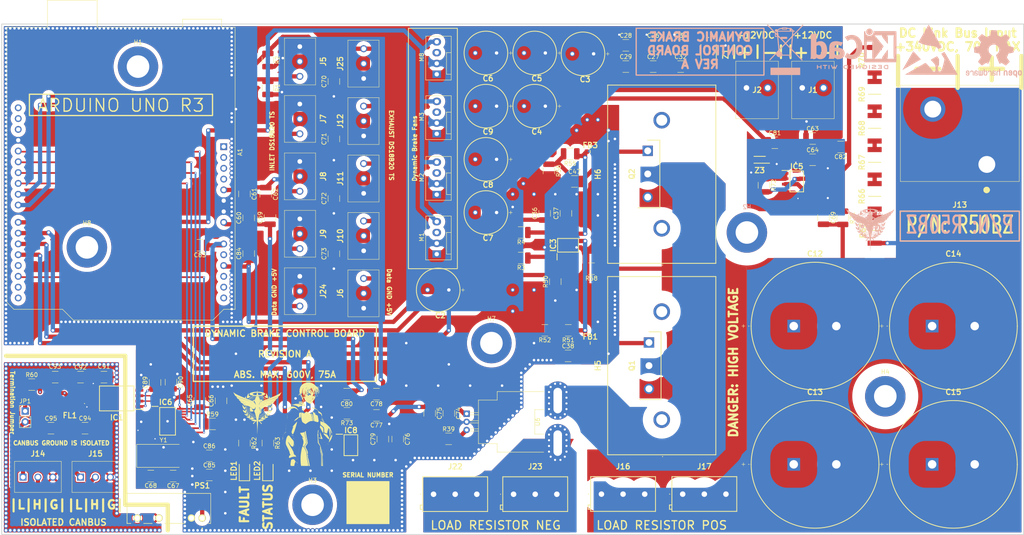
<source format=kicad_pcb>
(kicad_pcb (version 20241229) (generator "pcbnew") (generator_version "9.0")
  (layers (0 "F.Cu" signal) (4 "In1.Cu" signal) (6 "In2.Cu" signal) (2 "B.Cu" signal) (13 "F.Paste" user) (15 "B.Paste" user) (5 "F.SilkS" user "F.Silkscreen") (7 "B.SilkS" user "B.Silkscreen") (1 "F.Mask" user) (3 "B.Mask" user) (25 "Edge.Cuts" user))
  (net 0 "")
  (net 2 "CAN_INT")
  (net 5 "GND")
  (net 6 "FAN_PWM")
  (net 7 "StatusLED_0")
  (net 9 "CAN_SI")
  (net 11 "GATE_PWM")
  (net 14 "AMBIENT_TEMPSENSE_1WIRE")
  (net 15 "+5V")
  (net 16 "Arduino_CurrentSense")
  (net 17 "CAN_SO")
  (net 19 "EXHAUST_TEMPSENSE_1WIRE")
  (net 20 "CAN_CS")
  (net 24 "+12V")
  (net 26 "StatusLED_1")
  (net 28 "CAN_SCK")
  (net 30 "GNDPWR")
  (net 31 "DC_LINK_V+")
  (net 32 "Net-(C38-Pad1)")
  (net 33 "Net-(C47-Pad1)")
  (net 34 "Net-(IC6-OSC1)")
  (net 35 "Net-(IC6-OSC2)")
  (net 36 "Net-(IC5-IN1+)")
  (net 37 "Net-(IC8-IN1+)")
  (net 38 "Arduino_VInSense")
  (net 39 "Gate1")
  (net 40 "Gate2")
  (net 41 "Net-(IC3-ENBB)")
  (net 42 "Net-(IC3-ENBA)")
  (net 49 "Net-(IC6-~{RESET})")
  (net 52 "CanH_External")
  (net 53 "Net-(IC8-IN1-)")
  (net 54 "RESISTOR_RETURN")
  (net 55 "Net-(JP1-A)")
  (net 56 "Net-(LED1-A)")
  (net 57 "Net-(LED2-A)")
  (net 62 "Net-(U6-VIOUT)")
  (net 63 "Net-(R65-Pad2)")
  (net 64 "Net-(R66-Pad1)")
  (net 65 "Net-(R67-Pad2)")
  (net 66 "Net-(R68-Pad1)")
  (net 67 "Net-(R69-Pad2)")
  (net 73 "Net-(Q1-G)")
  (net 74 "Net-(Q2-G)")
  (net 76 "Net-(Q1-D)")
  (net 79 "Net-(IC5-IN2-)")
  (net 82 "CANBUS_ISO_5V")
  (net 83 "CANBUS_ISO_GND")
  (net 84 "Net-(IC1-CANL)")
  (net 85 "Net-(IC1-CANH)")
  (net 86 "Net-(IC1-RXD)")
  (net 87 "Net-(IC1-TXD)")
  (net 88 "CanL_External")
  (footprint "Capacitor_SMD:C_1210_3225Metric_Pad1.33x2.70mm_HandSolder" (layer "F.Cu") (at 119.5 137.5625 90)
    (property "Reference" "C79")
    (property "Value" "100nF")
  )
  (footprint "InverterCom:RESC6431X65N" (layer "F.Cu") (at 235 64.5 -90)
    (property "Reference" "R68")
    (property "Value" "RC2512JK-071ML" (hide yes))
  )
  (footprint "Capacitor_SMD:C_1210_3225Metric_Pad1.33x2.70mm_HandSolder" (layer "F.Cu") (at 183 45)
    (property "Reference" "C26")
    (property "Value" "10uF")
  )
  (footprint "Resistor_SMD:R_1210_3225Metric_Pad1.30x2.65mm_HandSolder" (layer "F.Cu") (at 209 77.9 -90)
    (property "Reference" "R72")
    (property "Value" "4.7k")
  )
  (footprint "Connector:FanPinHeader_1x04_P2.54mm_Vertical" (layer "F.Cu") (at 132.16 80.08 90)
    (property "Reference" "M2")
    (property "Value" "Fan_4pin")
  )
  (footprint "InverterCom:389690002" (layer "F.Cu") (at 261.35 73 180)
    (property "Reference" "J13")
    (property "Value" "38969-0002" (hide yes))
  )
  (footprint "Capacitor_SMD:C_1210_3225Metric_Pad1.33x2.70mm_HandSolder" (layer "F.Cu") (at 76.5 128.5 90)
    (property "Reference" "C65")
    (property "Value" "100nF")
  )
  (footprint "Capacitor_SMD:C_1210_3225Metric_Pad1.33x2.70mm_HandSolder" (layer "F.Cu") (at 189.5 45)
    (property "Reference" "C34")
    (property "Value" "100nF")
  )
  (footprint "InverterCom:1987724" (layer "F.Cu") (at 218 55)
    (property "Reference" "J1")
    (property "Value" "1987724" (hide yes))
  )
  (footprint "InverterCom:ALH82A750CB600" (layer "F.Cu") (at 216 111)
    (property "Reference" "C12")
    (property "Value" "ALH82A750CB600" (hide yes))
  )
  (footprint "Capacitor_SMD:C_1210_3225Metric_Pad1.33x2.70mm_HandSolder" (layer "F.Cu") (at 93 85.5 90)
    (property "Reference" "C59")
    (property "Value" "10uF")
  )
  (footprint "Capacitor_SMD:C_1210_3225Metric_Pad1.33x2.70mm_HandSolder" (layer "F.Cu") (at 189.4375 50)
    (property "Reference" "C32")
    (property "Value" "100nF")
  )
  (footprint "InverterCom:67715ABPE" (layer "F.Cu") (at 185 133 90)
    (property "Reference" "H5")
    (property "Value" "677-15ABPE" (hide yes))
  )
  (footprint "Capacitor_SMD:C_1210_3225Metric_Pad1.33x2.70mm_HandSolder" (layer "F.Cu") (at 92 80 -90)
    (property "Reference" "C62")
    (property "Value" "10uF")
  )
  (footprint "Resistor_SMD:R_1210_3225Metric_Pad1.30x2.65mm_HandSolder" (layer "F.Cu") (at 37.05 124.75)
    (property "Reference" "R60")
    (property "Value" "120")
  )
  (footprint "Capacitor_SMD:C_1210_3225Metric_Pad1.33x2.70mm_HandSolder" (layer "F.Cu") (at 220.4375 66.9)
    (property "Reference" "C63")
    (property "Value" "10uF")
  )
  (footprint "InverterCom:CAPPRD500W60D1025H1750" (layer "F.Cu") (at 146.21 46.8 180)
    (property "Reference" "C6")
    (property "Value" "1000uF" (hide yes))
  )
  (footprint "Capacitor_SMD:C_1210_3225Metric_Pad1.33x2.70mm_HandSolder" (layer "F.Cu") (at 66 124.25 90)
    (property "Reference" "C89")
    (property "Value" "100nF")
  )
  (footprint "Resistor_SMD:R_1210_3225Metric_Pad1.30x2.65mm_HandSolder" (layer "F.Cu") (at 168.5 97.5 180)
    (property "Reference" "R58")
    (property "Value" "0")
  )
  (footprint "Connector:FanPinHeader_1x04_P2.54mm_Vertical" (layer "F.Cu") (at 132.16 65.8 90)
    (property "Reference" "M3")
    (property "Value" "Fan_4pin")
  )
  (footprint "Capacitor_SMD:C_1210_3225Metric_Pad1.33x2.70mm_HandSolder" (layer "F.Cu") (at 41.5625 135)
    (property "Reference" "C95")
    (property "Value" "22pF")
  )
  (footprint "Capacitor_SMD:C_1210_3225Metric_Pad1.33x2.70mm_HandSolder" (layer "F.Cu") (at 118 132 180)
    (property "Reference" "C77")
    (property "Value" "100nF")
  )
  (footprint "Capacitor_SMD:C_1210_3225Metric_Pad1.33x2.70mm_HandSolder" (layer "F.Cu") (at 227 68.9 180)
    (property "Reference" "C82")
    (property "Value" "100nF")
  )
  (footprint "Capacitor_SMD:C_1210_3225Metric_Pad1.33x2.70mm_HandSolder" (layer "F.Cu") (at 157.5 84.5 90)
    (property "Reference" "C36")
    (property "Value" "10uF")
  )
  (footprint "Capacitor_SMD:C_1210_3225Metric_Pad1.33x2.70mm_HandSolder" (layer "F.Cu") (at 176.5625 45)
    (property "Reference" "C28")
    (property "Value" "10uF")
  )
  (footprint "Capacitor_SMD:C_1210_3225Metric_Pad1.33x2.70mm_HandSolder" (layer "F.Cu") (at 130.5 131.5 -90)
    (property "Reference" "C75")
    (property "Value" "10uF")
  )
  (footprint "Resistor_SMD:R_1210_3225Metric_Pad1.30x2.65mm_HandSolder" (layer "F.Cu") (at 87 138.5 -90)
    (property "Reference" "R62")
    (property "Value" "220")
  )
  (footprint "Capacitor_SMD:C_1210_3225Metric_Pad1.33x2.70mm_HandSolder" (layer "F.Cu") (at 88 93.9375 90)
    (property "Reference" "C84")
    (property "Value" "100nF")
  )
  (footprint "Resistor_SMD:R_1210_3225Metric_Pad1.30x2.65mm_HandSolder" (layer "F.Cu") (at 227.5 85.55 -90)
    (property "Reference" "R71")
    (property "Value" "120k")
  )
  (footprint "Capacitor_SMD:C_1210_3225Metric_Pad1.33x2.70mm_HandSolder" (layer "F.Cu") (at 163 118)
    (property "Reference" "C38")
    (property "Value" "1nF")
  )
  (footprint "Capacitor_SMD:C_1210_3225Metric_Pad1.33x2.70mm_HandSolder" (layer "F.Cu") (at 108 94 90)
    (property "Reference" "C73")
    (property "Value" "10uF")
  )
  (footprint "InverterCom:SOP65P640X120-20N" (layer "F.Cu") (at 68.938 133.375)
    (property "Reference" "IC6")
    (property "Value" "MCP2515-e_ST" (hide yes))
  )
  (footprint "Resistor_SMD:R_1210_3225Metric_Pad1.30x2.65mm_HandSolder" (layer "F.Cu") (at 160 100.55 90)
    (property "Reference" "R50")
    (property "Value" "4.7k")
  )
  (footprint "InverterCom:TO544P510X1580X2540-3P" (layer "F.Cu") (at 182 114.86 -90)
    (property "Reference" "Q1")
    (property "Value" "STWA75N60M6" (hide yes))
  )
  (footprint "InverterCom:LEDC3216X120N" (layer "F.Cu") (at 87 145 90)
    (property "Reference" "LED1")
    (property "Value" "LTST-C230CKT" (hide yes))
  )
  (footprint "InverterCom:LEDC3216X120N" (layer "F.Cu") (at 92.5 145 90)
    (property "Reference" "LED2")
    (property "Value" "LTST-C230GKT" (hide yes))
  )
  (footprint "InverterCom:5442251" (layer "F.Cu") (at 48.5 146.5)
    (property "Reference" "J15")
    (property "Value" "5442251" (hide yes))
  )
  (footprint "InverterCom:5442251" (layer "F.Cu") (at 100 85.8 -90)
    (property "Reference" "J9")
    (property "Value" "5442251" (hide yes))
  )
  (footprint "InverterCom:CAPPRD500W60D1025H1750" (layer "F.Cu") (at 157.66 59.3 180)
    (property "Reference" "C4")
    (property "Value" "1000uF" (hide yes))
  )
  (footprint "Resistor_SMD:R_1210_3225Metric_Pad1.30x2.65mm_HandSolder" (layer "F.Cu") (at 152 89 180)
    (property "Reference" "R4")
    (property "Value" "4.7k")
  )
  (footprint "InverterCom:ALH82A750CB600" (layer "F.Cu") (at 216 143.5)
    (property "Reference" "C13")
    (property "Value" "ALH82A750CB600" (hide yes))
  )
  (footprint "InverterCom:5442251" (layer "F.Cu") (at 35 146.5)
    (property "Reference" "J14")
    (property "Value" "5442251" (hide yes))
  )
  (footprint "MountingHole:MountingHole_5.3mm_M5_ISO7380_Pad" (layer "F.Cu") (at 237.5 127.5)
    (property "Reference" "H4")
    (property "Value" "MountingHole_Pad")
  )
  (footprint "Capacitor_SMD:C_1210_3225Metric_Pad1.33x2.70mm_HandSolder" (layer "F.Cu") (at 223 85.5 -90)
    (property "Reference" "C69")
    (property "Value" "100nF")
  )
  (footprint "InverterCom:RESC6431X65N" (layer "F.Cu") (at 235 72.5 90)
    (property "Reference" "R67")
    (property "Value" "RC2512JK-071ML" (hide yes))
  )
  (footprint "Resistor_SMD:R_1210_3225Metric_Pad1.30x2.65mm_HandSolder" (layer "F.Cu") (at 152 95 180)
    (property "Reference" "R3")
    (property "Value" "4.7k")
  )
  (footprint "MountingHole:MountingHole_5.3mm_M5_ISO7380_Pad" (layer "F.Cu") (at 62 50)
    (property "Reference" "H1")
    (property "Value" "MountingHole_Pad")
  )
  (footprint "InverterCom:1SMB2EZ15_R1_00001" (layer "F.Cu") (at 196 47.025 -90)
    (property "Reference" "Z1")
    (property "Value" "1SMB2EZ15_R1_00001" (hide yes))
  )
  (footprint "Capacitor_SMD:C_1210_3225Metric_Pad1.33x2.70mm_HandSolder" (layer "F.Cu") (at 135 131.5 -90)
    (property "Reference" "C74")
    (property "Value" "100nF")
  )
  (footprint "Resistor_SMD:R_1210_3225Metric_Pad1.30x2.65mm_HandSolder" (layer "F.Cu") (at 92.5 48.45 -90)
    (property "Reference" "R2")
    (property "Value" "4.7k")
  )
  (footprint "InverterCom:ALH82A750CB600" (layer "F.Cu") (at 248.5 143.5)
    (property "Reference" "C15")
    (property "Value" "ALH82A750CB600" (hide yes))
  )
  (footprint "Capacitor_SMD:C_1210_3225Metric_Pad1.33x2.70mm_HandSolder" (layer "F.Cu") (at 123 137.5625 -90)
    (property "Reference" "C76")
    (property "Value" "470pF")
  )
  (footprint "InverterCom:5442251" (layer "F.Cu") (at 100 45.3 -90)
    (property "Reference" "J5")
    (property "Value" "5442251" (hide yes))
  )
  (footprint "Crystal:Crystal_SMD_7050-2Pin_7.0x5.0mm_HandSoldering" (layer "F.Cu") (at 68 141.5)
    (property "Reference" "Y1")
    (property "Value" "8MHz")
  )
  (footprint "InverterCom:1987724" (layer "F.Cu") (at 204.9 55)
    (property "Reference" "J2")
    (property "Value" "1987724" (hide yes))
  )
  (footprint "InverterCom:5442251" (layer "F.Cu") (at 115 66.3 90)
    (property "Reference" "J12")
    (property "Value" "5442251" (hide yes))
  )
  (footprint "InverterCom:5442251" (layer "F.Cu") (at 115 52.8 90)
    (property "Reference" "J25")
    (property "Value" "5442251" (hide yes))
  )
  (footprint "Connector_PinHeader_2.54mm:PinHeader_1x02_P2.54mm_Vertical" (layer "F.Cu") (at 35.5 130.975)
    (property "Reference" "JP1")
    (property "Value" "Jumper_2_Open")
  )
  (footprint "InverterCom:RESC6431X65N" (layer "F.Cu") (at 235 88.5 90)
    (property "Reference" "R65")
    (property "Value" "RC2512JK-071ML" (hide yes))
  )
  (footprint "InverterCom:SOD3716X135N" (layer "F.Cu") (at 208 71.9 180)
    (property "Reference" "Z3")
    (property "Value" "MMSZ5231B-TP" (hide yes))
  )
  (footprint "Capacitor_SMD:C_1210_3225Metric_Pad1.33x2.70mm_HandSolder" (layer "F.Cu") (at 78.75 146)
    (property "Reference" "C85")
    (property "Value" "100nF")
  )
  (footprint "Capacitor_SMD:C_1210_3225Metric_Pad1.33x2.70mm_HandSolder" (layer "F.Cu") (at 108 67 90)
    (property "Reference" "C71")
    (property "Value" "10uF")
  )
  (footprint "InverterCom:CAPPRD500W60D1025H1750" (layer "F.Cu") (at 146.21 59.3 180)
    (property "Reference" "C9")
    (property "Value" "1000uF" (hide yes))
  )
  (footprint "Capacitor_SMD:C_1210_3225Metric_Pad1.33x2.70mm_HandSolder" (layer "F.Cu") (at 108 53.5 90)
    (property "Reference" "C70")
    (property "Value" "100nF")
  )
  (footprint "Capacitor_SMD:C_1210_3225Metric_Pad1.33x2.70mm_HandSolder" (layer "F.Cu") (at 42.5625 123 180)
    (property "Reference" "C93")
    (property "Value" "22pF")
  )
  (footprint "InverterCom:BEADC1608X100N" (layer "F.Cu") (at 168.2 70)
    (property "Reference" "FB3")
    (property "Value" "FBMJ1608HS220NTR" (hide yes))
  )
  (footprint "InverterCom:RESC6431X65N" (layer "F.Cu") (at 235 56.5 90)
    (property "Reference" "R69")
    (property "Value" "RC2512JK-071ML" (hide yes))
  )
  (footprint "InverterCom:5442251" (layer "F.Cu") (at 100 58.8 -90)
    (property "Reference" "J7")
    (property "Value" "5442251" (hide yes))
  )
  (footprint "InverterCom:SOIC127P600X175-8N" (layer "F.Cu") (at 216.7025 76.995)
    (property "Reference" "IC5")
    (property "Value" "LM358DR" (hide yes))
  )
  (footprint "Capacitor_SMD:C_1210_3225Metric_Pad1.33x2.70mm_HandSolder" (layer "F.Cu") (at 49.5625 135)
    (property "Reference" "C94")
    (property "Value" "22pF")
  )
  (footprint "Resistor_SMD:R_1210_3225Metric_Pad1.30x2.65mm_HandSolder" (layer "F.Cu") (at 134.95 137.5)
    (property "Reference" "R39")
    (property "Value" "4.7k")
  )
  (footprint "Resistor_SMD:R_1210_3225Metric_Pad1.30x2.65mm_HandSolder" (layer "F.Cu") (at 157.55 112 180)
    (property "Reference" "R52")
    (property "Value" "1")
  )
  (footprint "InverterCom:5442251" (layer "F.Cu") (at 100 99.3 -90)
    (property "Reference" "J24")
    (property "Value" "5442251" (hide yes))
  )
  (footprint "InverterCom:CAPPRD500W60D1025H1750" (layer "F.Cu") (at 157.66 46.8 180)
    (property "Reference" "C5")
    (property "Value" "1000uF" (hide yes))
  )
  (footprint "InverterCom:5442251" (layer "F.Cu") (at 115 106.8 90)
    (property "Reference" "J6")
    (property "Value" "5442251" (hide yes))
  )
  (footprint "Capacitor_SMD:C_1210_3225Metric_Pad1.33x2.70mm_HandSolder" (layer "F.Cu") (at 220.4375 71.9)
    (property "Reference" "C64")
    (property "Value" "100nF")
  )
  (footprint "InverterCom:CAPPRD500W60D1025H1750" (layer "F.Cu") (at 146.21 71.8 180)
    (property "Reference" "C8")
    (property "Value" "1000uF" (hide yes))
  )
  (footprint "InverterCom:Arduino_UNO_R3_ModifiedCourtyard" (layer "F.Cu") (at 82.13 68.825 -90)
    (property "Reference" "A1")
    (property "Value" "Arduino_UNO_R3")
  )
  (footprint "InverterCom:SOIC127P1150X280-8N" (layer "F.Cu") (at 57 128 180)
    (property "Reference" "IC1")
    (property "Value" "ISO1042BDWVR" (hide yes))
  )
  (footprint "Capacitor_SMD:C_1210_3225Metric_Pad1.33x2.70mm_HandSolder" (layer "F.Cu") (at 211.5625 67.9)
    (property "Reference" "C81")
    (property "Value" "100nF")
  )
  (footprint "InverterCom:ACT45B1012PTL003" (layer "F.Cu") (at 46 128 180)
    (property "Reference" "FL1")
    (property "Value" "ACT45B-101-2P-TL003" (hide yes))
  )
  (footprint "Resistor_SMD:R_1210_3225Metric_Pad1.30x2.65mm_HandSolder" (layer "F.Cu") (at 79.5 134)
    (property "Reference" "R59")
    (property "Value" "4.7k")
  )
  (footprint "MountingHole:MountingHole_5.3mm_M5_ISO7380_Pad" (layer "F.Cu") (at 205 89)
    (property "Reference" "H2")
    (property "Value" "MountingHole_Pad")
  )
  (footprint "InverterCom:RFMM0505S" (layer "F.Cu") (at 77.075 156.115 180)
    (property "Reference" "PS1")
    (property "Value" "RFMM-0505S" (hide yes))
  )
  (footprint "InverterCom:5442251" (layer "F.Cu") (at 100 72.3 -90)
    (property "Reference" "J8")
    (property "Value" "5442251" (hide yes))
  )
  (footprint "Capacitor_SMD:C_1210_3225Metric_Pad1.33x2.70mm_HandSolder" (layer "F.Cu") (at 87 79.9375 -90)
    (property "Reference" "C61")
    (property "Value" "100nF")
  )
  (footprint "Resistor_SMD:R_1210_3225Metric_Pad1.30x2.65mm_HandSolder" (layer "F.Cu") (at 163.5 70.5 180)
    (property "Reference" "R55")
    (property "Value" "10k")
  )
  (footprint "Resistor_SMD:R_1210_3225Metric_Pad1.30x2.65mm_HandSolder" (layer "F.Cu") (at 111.0625 131.5 180)
    (property "Reference" "R73")
    (property "Value" "4.7k")
  )
  (footprint "Capacitor_SMD:C_1210_3225Metric_Pad1.33x2.70mm_HandSolder" (layer "F.Cu") (at 176.5625 50)
    (property "Reference" "C29")
    (property "Value" "10uF")
  )
  (footprint "Capacitor_SMD:C_1210_3225Metric_Pad1.33x2.70mm_HandSolder" (layer "F.Cu") (at 76.5625 92 180)
    (property "Reference" "C83")
    (property "Value" "100nF")
  )
  (footprint "InverterCom:ra" (layer "F.Cu") (at 102 133)
    (property "Reference" "G***" (hide yes))
    (property "Value" "LOGO" (hide yes))
  )
  (footprint "Connector:FanPinHeader_1x04_P2.54mm_Vertical" (layer "F.Cu") (at 132.16 51.8 90)
    (property "Reference" "M8")
    (property "Value" "Fan_4pin")
  )
  (footprint "InverterCom:5442251" (layer "F.Cu") (at 115 93.3 90)
    (property "Reference" "J10")
    (property "Value" "5442251" (hide yes))
  )
  (footprint "InverterCom:1548129" (layer "F.Cu") (at 131.41 150.525)
    (property "Reference" "J22")
    (property "Value" "1548129" (hide yes))
  )
  (footprint "InverterCom:CAPPRD500W60D1025H1750" (layer "F.Cu") (at 169 47 180)
    (property "Reference" "C3")
    (property "Value" "1000uF" (hide yes))
  )
  (footprint "Resistor_SMD:R_1210_3225Metric_Pad1.30x2.65mm_HandSolder" (layer "F.Cu") (at 92.5 55 -90)
    (property "Reference" "R1")
    (property "Value" "4.7k")
  )
  (footprint "InverterCom:ALH82A750CB600" (layer "F.Cu") (at 248.5 111)
    (property "Reference" "C14")
    (property "Value" "ALH82A750CB600" (hide yes))
  )
  (footprint "Capacitor_SMD:C_1210_3225Metric_Pad1.33x2.70mm_HandSolder" (layer "F.Cu") (at 69.75 124.1875 -90)
    (property "Reference" "C90")
    (property "Value" "10uF")
  )
  (footprint "MountingHole:MountingHole_5.3mm_M5_ISO7380_Pad" (layer "F.Cu") (at 50 92.5)
    (property "Reference" "H8")
    (property "Value" "MountingHole_Pad")
  )
  (footprint "InverterCom:RESC6431X65N" (layer "F.Cu") (at 235 80.5 -90)
    (property "Reference" "R66")
    (property "Value" "RC2512JK-071ML" (hide yes))
  )
  (footprint "Capacitor_SMD:C_1210_3225Metric_Pad1.33x2.70mm_HandSolder" (layer "F.Cu") (at 162.5 84.5 90)
    (property "Reference" "C37")
    (property "Value" "100nF")
  )
  (footprint "Capacitor_SMD:C_1210_3225Metric_Pad1.33x2.70mm_HandSolder" (layer "F.Cu") (at 48.5 123)
    (property "Reference" "C92")
    (property "Value" "100nF")
  )
  (footprint "InverterCom:5442251" (layer "F.Cu") (at 115 79.8 90)
    (property "Reference" "J11")
    (property "Value" "5442251" (hide yes))
  )
  (footprint "Capacitor_SMD:C_1210_3225Metric_Pad1.33x2.70mm_HandSolder" (layer "F.Cu") (at 81.5 128.5625 90)
    (property "Reference" "C66")
    (property "Value" "10uF")
  )
  (footprint "Capacitor_SMD:C_1210_3225Metric_Pad1.33x2.70mm_HandSolder" (layer "F.Cu") (at 183 50)
    (property "Reference" "C27")
    (property "Value" "10uF")
  )
  (footprint "Capacitor_SMD:C_1210_3225Metric_Pad1.33x2.70mm_HandSolder" (layer "F.Cu") (at 108 81 90)
    (property "Reference" "C72")
    (property "Value" "100nF")
  )
  (footprint "Resistor_SMD:R_1210_3225Metric_Pad1.30x2.65mm_HandSolder" (layer "F.Cu") (at 92.5 138.5 -90)
    (property "Reference" "R63")
    (property "Value" "220")
  )
  (footprint "Capacitor_SMD:C_1210_3225Metric_Pad1.33x2.70mm_HandSolder" (layer "F.Cu") (at 118 127 180)
    (property "Reference" "C78")
    (property "Value" "10uF")
  )
  (footprint "Capacitor_SMD:C_1210_3225Metric_Pad1.33x2.70mm_HandSolder" (layer "F.Cu") (at 164.5 77)
    (property "Reference" "C47")
    (property "Value" "1nF")
  )
  (footprint "InverterCom:1548129" (layer "F.Cu") (at 150.205 150.525)
    (property "Reference" "J23")
    (property "Value" "1548129" (hide yes))
  )
  (footprint "Capacitor_SMD:C_1210_3225Metric_Pad1.33x2.70mm_HandSolder" (layer "F.Cu") (at 78.75 141.5)
    (property "Reference" "C86")
    (property "Value" "10uF")
  )
  (footprint "InverterCom:RESC6431X65N" (layer "F.Cu") (at 235 48.5 -90)
    (property "Reference" "R70")
    (property "Value" "RC2512JK-071ML" (hide yes))
  )
  (footprint "Capacitor_SMD:C_1210_3225Metric_Pad1.33x2.70mm_HandSolder" (layer "F.Cu") (at 111 127 180)
    (property "Reference" "C80")
    (property "Value" "100nF")
  )
  (footprint "MountingHole:MountingHole_5.3mm_M5_ISO7380_Pad" (layer "F.Cu") (at 145 115)
    (property "Reference" "H7")
    (property "Value" "MountingHole_Pad")
  )
  (footprint "InverterCom:CAPPRD500W60D1025H1750" (layer "F.Cu") (at 135 102.5 180)
    (property "Reference" "C2")
    (property "Value" "1000uF" (hide yes))
  )
  (footprint "InverterCom:1548129" (layer "F.Cu") (at 189.92 150.5)
    (property "Reference" "J17")
    (property "Value" "1548129" (hide yes))
  )
  (footprint "Capacitor_SMD:C_1210_3225Metric_Pad1.33x2.70mm_HandSolder" (layer "F.Cu") (at 70.25 146.25 180)
    (property "Reference" "C67")
    (property "Value" "22pF")
  )
  (footprint "Capacitor_SMD:C_1210_3225Metric_Pad1.33x2.70mm_HandSolder" (layer "F.Cu") (at 65 146.25)
    (property "Reference" "C68")
    (property "Value" "22pF")
  )
  (footprint "InverterCom:TO544P510X1580X2540-3P" (layer "F.Cu") (at 181.71 69.8 -90)
    (property "Reference" "Q2")
    (property "Value" "STWA75N60M6" (hide yes))
  )
  (footprint "Resistor_SMD:R_1210_3225Metric_Pad1.30x2.65mm_HandSolder" (layer "F.Cu") (at 158.5 74.5 -90)
    (property "Reference" "R56")
    (property "Value" "1")
  )
  (footprint "InverterCom:Silkscreen_Logo_CelstialBeing_S" (layer "F.Cu") (at 90 131)
    (property "Reference" "G***" (hide yes))
    (property "Value" "LOGO" (hide yes))
  )
  (footprint "Resistor_SMD:R_1210_3225Metric_Pad1.30x2.65mm_HandSolder" (layer "F.Cu") (at 163.05 112 180)
    (property "Reference" "R51")
    (property "Value" "10k")
  )
  (footprint "InverterCom:67715ABPE" (layer "F.Cu") (at 185 88 90)
    (property "Reference" "H6")
    (property "Value" "677-15ABPE" (hide yes))
  )
  (footprint "Connector:FanPinHeader_1x04_P2.54mm_Vertical" (layer "F.Cu") (at 132.16 94.08 90)
    (property "Reference" "M1")
    (property "Value" "Fan_4pin")
  )
  (footprint "InverterCom:SOIC127P600X175-8N" (layer "F.Cu") (at 163 92 90)
    (property "Reference" "IC3")
    (property "Value" "UCC27424QDRQ1" (hide yes))
  )
  (footprint "MountingHole:MountingHole_5.3mm_M5_ISO7380_Pad" (layer "F.Cu") (at 103 153)
    (property "Reference" "H3")
    (property "Value" "MountingHole_Pad")
  )
  (footprint "InverterCom:BEADC1608X100N" (layer "F.Cu") (at 168.2 115)
    (property "Reference" "FB1")
    (property "Value" "FBMJ1608HS220NTR" (hide yes))
  )
  (footprint "Capacitor_SMD:C_1210_3225Metric_Pad1.33x2.70mm_HandSolder" (layer "F.Cu") (at 88 85.5625 90)
    (property "Reference" "C60")
    (property "Value" "100nF")
  )
  (footprint "InverterCom:1548129" (layer "F.Cu") (at 170.84 150.5)
    (property "Reference" "J16")
    (property "Value" "1548129" (hide yes))
  )
  (footprint "InverterCom:SOIC127P600X175-8N" (layer "F.Cu") (at 112 139)
    (property "Reference" "IC8")
    (property "Value" "LM358DR" (hide yes))
  )
  (footprint "Sensor_Current:Allegro_CB_PFF" (layer "F.Cu") (at 139.175 131.6 -90)
    (property "Reference" "U6")
    (property "Value" "ACS758xCB-200U-PFF")
  )
  (footprint "Capacitor_SMD:C_1210_3225Metric_Pad1.33x2.70mm_HandSolder" (layer "F.Cu") (at 54 123)
    (property "Reference" "C91")
    (property "Value" "10uF")
  )
  (footprint "InverterCom:CAPPRD500W60D1025H1750" (layer "F.Cu") (at 146.21 84.3 180)
    (property "Reference" "C7")
    (property "Value" "1000uF" (hide yes))
  )
  (footprint "Symbol:OSHW-Logo2_14.6x12mm_SilkScreen" (layer "B.Cu") (at 263 47 180)
    (property "Reference" "REF**" (hide yes))
    (property "Value" "OSHW-Logo2_14.6x12mm_SilkScreen" (hide yes))
  )
  (footprint "Symbol:WEEE-Logo_8.4x12mm_SilkScreen" (layer "B.Cu") (at 214 46 180)
    (property "Reference" "REF**" (hide yes))
    (property "Value" "WEEE-Logo_8.4x12mm_SilkScreen" (hide yes))
  )
  (footprint "Symbol:ESD-Logo_13.2x12mm_SilkScreen" (layer "B.Cu") (at 248 46 180)
    (property "Reference" "REF**" (hide yes))
    (property "Value" "ESD-Logo_13.2x12mm_SilkScreen" (hide yes))
  )
  (footprint "InverterCom:Silkscreen_Logo_CelstialBeing_S" (layer "B.Cu") (at 234 88 180)
    (property "Reference" "G***")
    (property "Value" "LOGO" (hide yes))
  )
  (footprint "Symbol:KiCad-Logo2_8mm_SilkScreen" (layer "B.Cu") (at 230 45 180)
    (property "Reference" "REF**" (hide yes))
    (property "Value" "KiCad-Logo2_8mm_SilkScreen" (hide yes))
  )
  (gr_line (start 207.5 45) (end 207.5 48) (stroke (width 0.5)) (layer "F.SilkS"))
  (gr_line (start 202 45) (end 202 48) (stroke (width 0.5)) (layer "F.SilkS"))
  (gr_line (start 215.25 45) (end 215.25 48) (stroke (width 0.5)) (layer "F.SilkS"))
  (gr_line (start 69 159) (end 69 153) (stroke (width 1)) (layer "F.SilkS"))
  (gr_line (start 31 118) (end 59 118) (stroke (width 1)) (layer "F.SilkS"))
  (gr_line (start 59 153) (end 69 153) (stroke (width 1)) (layer "F.SilkS"))
  (gr_line (start 59 153) (end 59 118) (stroke (width 1)) (layer "F.SilkS"))
  (gr_line (start 220.75 45) (end 220.75 48) (stroke (width 0.5)) (layer "F.SilkS"))
  (gr_line (start 269.5 47.5) (end 269.5 55) (stroke (width 1)) (layer "F.SilkS"))
  (gr_line (start 254.5 47.5) (end 254.5 55) (stroke (width 1)) (layer "F.SilkS"))
  (gr_rect (start 111 147.5) (end 121 157.5) (stroke (width 0.1)) (fill yes) (layer "F.SilkS"))
  (gr_line (start 213 45) (end 213 48) (stroke (width 0.5)) (layer "F.SilkS"))
  (gr_line (start 240.5 47.5) (end 240.5 54.4) (stroke (width 1)) (layer "F.SilkS"))
  (gr_line (start 226.25 45) (end 226.25 48) (stroke (width 0.5)) (layer "F.SilkS"))
  (gr_rect (start 30 40) (end 270 160) (stroke (width 0.2)) (fill no) (layer "Edge.Cuts"))
  (gr_text "SERIAL NUMBER" (at 116 146 0) (layer "F.SilkS") (effects (font (size 1 1) (thickness 0.25) (bold yes))))
  (gr_text "ISOLATED CANBUS" (at 44.5 158 0) (layer "F.SilkS") (effects (font (size 1.5 1.5) (thickness 0.3) (bold yes)) (justify bottom)))
  (gr_text "Data GND +5V" (at 94 103 90) (layer "F.SilkS") (effects (font (size 1 1) (thickness 0.25) (bold yes))))
  (gr_text "LOAD RESISTOR POS" (at 185 159 0) (layer "F.SilkS") (effects (font (size 2 2) (thickness 0.3) (bold yes)) (justify bottom)))
  (gr_text "-\n" (at 247.5 50 0) (layer "F.SilkS") (effects (font (size 7 7) (thickness 1))))
  (gr_text "|L|H|G|" (at 52 153 0) (layer "F.SilkS") (effects (font (size 2 2) (thickness 0.5) (bold yes))))
  (gr_text "LOAD RESISTOR NEG" (at 146 159 0) (layer "F.SilkS") (effects (font (size 2 2) (thickness 0.3) (bold yes)) (justify bottom)))
  (gr_text "+" (at 204.5 47 180) (layer "F.SilkS") (effects (font (size 3 3) (thickness 0.5) (bold yes))))
  (gr_text "+12VDC" (at 220.5 43.5 0) (layer "F.SilkS") (effects (font (size 1.5 1.5) (thickness 0.3) (bold yes)) (justify bottom)))
  (gr_text "DANGER: HIGH VOLTAGE" (at 203 119.5 90) (layer "F.SilkS") (effects (font (size 2 2) (thickness 0.5) (bold yes)) (justify bottom)))
  (gr_text "FAULT" (at 87 153 90) (layer "F.SilkS") (effects (font (size 2 2) (thickness 0.5) (bold yes))))
  (gr_text "+12VDC" (at 207 43.5 0) (layer "F.SilkS") (effects (font (size 1.5 1.5) (thickness 0.3) (bold yes)) (justify bottom)))
  (gr_text "STATUS" (at 92.5 153.5 90) (layer "F.SilkS") (effects (font (size 2 2) (thickness 0.5) (bold yes))))
  (gr_text "EXHAUST DS18B20 TS" (at 121.5 68.5 270) (layer "F.SilkS") (effects (font (size 1 1) (thickness 0.25) (bold yes))))
  (gr_text "Termination Jumper" (at 32.5 129 270) (layer "F.SilkS") (effects (font (size 1 1) (thickness 0.25) (bold yes))))
  (gr_text "DC Link Bus Input\n+340VDC, 70A MAX" (at 254.5 46.5 0) (layer "F.SilkS") (effects (font (size 2 2) (thickness 0.5) (bold yes)) (justify bottom)))
  (gr_text "|L|H|G|" (at 38.5 153 0) (layer "F.SilkS") (effects (font (size 2 2) (thickness 0.5) (bold yes))))
  (gr_text "Data GND +5V" (at 121 103 270) (layer "F.SilkS") (effects (font (size 1 1) (thickness 0.25) (bold yes))))
  (gr_text "CANBUS GROUND IS ISOLATED" (at 44 138.5 0) (layer "F.SilkS") (effects (font (size 1 1) (thickness 0.25) (bold yes))))
  (gr_text "+" (at 217.75 47 180) (layer "F.SilkS") (effects (font (size 3 3) (thickness 0.5) (bold yes))))
  (gr_text "-\n" (at 210.5 47 180) (layer "F.SilkS") (effects (font (size 3 3) (thickness 0.5) (bold yes))))
  (gr_text "-\n" (at 223.75 47 180) (layer "F.SilkS") (effects (font (size 3 3) (thickness 0.5) (bold yes))))
  (gr_text "+" (at 262.5 50 0) (layer "F.SilkS") (effects (font (size 7 7) (thickness 1))))
  (gr_text "INLET DS18B20 TS" (at 93.5 67.5 90) (layer "F.SilkS") (effects (font (size 1 1) (thickness 0.25) (bold yes))))
  (gr_text_box "P/N: R50BZ" (start 241 84) (end 269 91) (margins 1.0025 1.0025 1.0025 1.0025) (layer "F.SilkS") (effects (font (size 4 2.75) (thickness 0.5) (bold yes)) (justify top)) (border yes) (stroke (width 0.3)))
  (gr_text_box "DYNAMIC BRAKE CONTROL BOARD\n\nREVISION A\n\nABS. MAX. 600V, 75A" (start 75 111) (end 118 124) (margins 1.0025 1.0025 1.0025 1.0025) (layer "F.SilkS") (effects (font (size 1.5 1.5) (thickness 0.3) (bold yes)) (justify top)) (border yes) (stroke (width 0.3)))
  (gr_text_box "ARDUINO UNO R3" (start 36.5 56.5) (end 79.5 61.5) (margins 1.0025 1.0025 1.0025 1.0025) (layer "F.SilkS") (effects (font (size 3 3) (thickness 0.3) (bold yes)) (justify top)) (border yes) (stroke (width 0.3)))
  (gr_text_box "Dynamic Brake Fans" (start 125.5 41) (end 137 97.5) (margins 1.0025 1.0025 1.0025 1.0025) (angle 90) (layer "F.SilkS") (effects (font (size 1 1) (thickness 0.25) (bold yes)) (justify top)) (border yes) (stroke (width 0.2)))
  (gr_text_box "P/N: R50BZ" (start 241 84) (end 269 91) (margins 1.0025 1.0025 1.0025 1.0025) (layer "B.SilkS") (effects (font (size 4 2.75) (thickness 0.5) (bold yes)) (justify top mirror)) (border yes) (stroke (width 0.3)))
  (gr_text_box "DYNAMIC BRAKE CONTROL BOARD\nREV A" (start 179 41) (end 209 52) (margins 1.0025 1.0025 1.0025 1.0025) (layer "B.SilkS") (effects (font (size 2 2) (thickness 0.5) (bold yes)) (justify top mirror)) (border yes) (stroke (width 0.3)))
  (segment (start 71.876 135) (end 73 135) (width 0.4) (layer "F.Cu") (net 2))
  (segment (start 73 135) (end 74 136) (width 0.4) (layer "F.Cu") (net 2))
  (segment (start 77.5 99.5) (end 34.065 99.5) (width 0.4) (layer "F.Cu") (net 2))
  (segment (start 34.065 99.5) (end 33.87 99.305) (width 0.4) (layer "F.Cu") (net 2))
  (segment (start 74 136) (end 77.5 136) (width 0.4) (layer "F.Cu") (net 2))
  (via (at 77.5 99.5) (size 0.5) (drill 0.3) (layers "F.Cu" "B.Cu") (net 2))
  (via (at 77.5 136) (size 0.5) (drill 0.3) (layers "F.Cu" "B.Cu") (net 2))
  (segment (start 77.5 111.5) (end 77.5 99.5) (width 0.4) (layer "B.Cu") (net 2))
  (segment (start 77.5 123) (end 77.5 111.5) (width 0.4) (layer "B.Cu") (net 2))
  (segment (start 77.5 136) (end 77.5 123) (width 0.4) (layer "B.Cu") (net 2))
  (segment (start 225 72.9) (end 224 73.9) (width 1) (layer "F.Cu") (net 5))
  (segment (start 164 92.5) (end 166 92.5) (width 1) (layer "F.Cu") (net 5))
  (segment (start 206 74.9) (end 206 76.9) (width 1) (layer "F.Cu") (net 5))
  (segment (start 163.635 94.711) (end 163.635 92.865) (width 1) (layer "F.Cu") (net 5))
  (segment (start 66 136.3) (end 66 137.5) (width 0.4) (layer "F.Cu") (net 5))
  (segment (start 166.95 93.45) (end 166.95 97.5) (width 1) (layer "F.Cu") (net 5))
  (segment (start 213 71.9) (end 212 72.9) (width 1) (layer "F.Cu") (net 5))
  (segment (start 166 92.5) (end 166.95 93.45) (width 1) (layer "F.Cu") (net 5))
  (segment (start 163.635 92.865) (end 164 92.5) (width 1) (layer "F.Cu") (net 5))
  (via (at 31 107) (size 1) (drill 0.6) (layers "F.Cu" "B.Cu") (net 5))
  (via (at 174 86) (size 1) (drill 0.6) (layers "F.Cu" "B.Cu") (net 5))
  (via (at 65 120) (size 1) (drill 0.6) (layers "F.Cu" "B.Cu") (net 5))
  (via (at 152 130) (size 1) (drill 0.6) (layers "F.Cu" "B.Cu") (net 5))
  (via (at 73 153) (size 1) (drill 0.6) (layers "F.Cu" "B.Cu") (net 5))
  (via (at 68 41) (size 1) (drill 0.6) (layers "F.Cu" "B.Cu") (net 5))
  (via (at 56 110) (size 1) (drill 0.6) (layers "F.Cu" "B.Cu") (net 5))
  (via (at 31 51) (size 1) (drill 0.6) (layers "F.Cu" "B.Cu") (net 5))
  (via (at 93 159) (size 1) (drill 0.6) (layers "F.Cu" "B.Cu") (net 5))
  (via (at 31 61) (size 1) (drill 0.6) (layers "F.Cu" "B.Cu") (net 5))
  (via (at 174 89) (size 1) (drill 0.6) (layers "F.Cu" "B.Cu") (net 5))
  (via (at 67 41) (size 1) (drill 0.6) (layers "F.Cu" "B.Cu") (net 5))
  (via (at 65 41) (size 1) (drill 0.6) (layers "F.Cu" "B.Cu") (net 5))
  (via (at 118 159) (size 1) (drill 0.6) (layers "F.Cu" "B.Cu") (net 5))
  (via (at 113 159) (size 1) (drill 0.6) (layers "F.Cu" "B.Cu") (net 5))
  (via (at 62 135.5) (size 0.5) (drill 0.3) (layers "F.Cu" "B.Cu") (net 5))
  (via (at 31 103) (size 1) (drill 0.6) (layers "F.Cu" "B.Cu") (net 5))
  (via (at 165 102.5) (size 1) (drill 0.6) (layers "F.Cu" "B.Cu") (net 5))
  (via (at 85 133) (size 1) (drill 0.6) (layers "F.Cu" "B.Cu") (net 5))
  (via (at 99 159) (size 1) (drill 0.6) (layers "F.Cu" "B.Cu") (net 5))
  (via (at 31 94) (size 1) (drill 0.6) (layers "F.Cu" "B.Cu") (net 5))
  (via (at 109 159) (size 1) (drill 0.6) (layers "F.Cu" "B.Cu") (net 5))
  (via (at 174 90) (size 1) (drill 0.6) (layers "F.Cu" "B.Cu") (net 5))
  (via (at 174 82) (size 1) (drill 0.6) (layers "F.Cu" "B.Cu") (net 5))
  (via (at 31 58) (size 1) (drill 0.6) (layers "F.Cu" "B.Cu") (net 5))
  (via (at 75 41) (size 1) (drill 0.6) (layers "F.Cu" "B.Cu") (net 5))
  (via (at 89 159) (size 1) (drill 0.6) (layers "F.Cu" "B.Cu") (net 5))
  (via (at 52 41) (size 1) (drill 0.6) (layers "F.Cu" "B.Cu") (net 5))
  (via (at 121 134) (size 1) (drill 0.6) (layers "F.Cu" "B.Cu") (net 5))
  (via (at 31 83) (size 1) (drill 0.6) (layers "F.Cu" "B.Cu") (net 5))
  (via (at 75 159) (size 1) (drill 0.6) (layers "F.Cu" "B.Cu") (net 5))
  (via (at 152 124) (size 1) (drill 0.6) (layers "F.Cu" "B.Cu") (net 5))
  (via (at 107.5 132.5) (size 1) (drill 0.6) (layers "F.Cu" "B.Cu") (net 5))
  (via (at 152 123) (size 1) (drill 0.6) (layers "F.Cu" "B.Cu") (net 5))
  (via (at 31 109) (size 1) (drill 0.6) (layers "F.Cu" "B.Cu") (net 5))
  (via (at 43 41) (size 1) (drill 0.6) (layers "F.Cu" "B.Cu") (net 5))
  (via (at 38 41) (size 1) (drill 0.6) (layers "F.Cu" "B.Cu") (net 5))
  (via (at 31 48) (size 1) (drill 0.6) (layers "F.Cu" "B.Cu") (net 5))
  (via (at 174 106) (size 1) (drill 0.6) (layers "F.Cu" "B.Cu") (net 5))
  (via (at 31 100) (size 1) (drill 0.6) (layers "F.Cu" "B.Cu") (net 5))
  (via (at 174 84) (size 1) (drill 0.6) (layers "F.Cu" "B.Cu") (net 5))
  (via (at 135 120) (size 1) (drill 0.6) (layers "F.Cu" "B.Cu") (net 5))
  (via (at 62 41) (size 1) (drill 0.6) (layers "F.Cu" "B.Cu") (net 5))
  (via (at 84 159) (size 1) (drill 0.6) (layers "F.Cu" "B.Cu") (net 5))
  (via (at 72 110) (size 1) (drill 0.6) (layers "F.Cu" "B.Cu") (net 5))
  (via (at 134 142) (size 1) (drill 0.6) (layers "F.Cu" "B.Cu") (net 5))
  (via (at 31 104) (size 1) (drill 0.6) (layers "F.Cu" "B.Cu") (net 5))
  (via (at 82.5 140) (size 1) (drill 0.6) (layers "F.Cu" "B.Cu") (net 5))
  (via (at 59 41) (size 1) (drill 0.6) (layers "F.Cu" "B.Cu") (net 5))
  (via (at 84 99) (size 1) (drill 0.6) (layers "F.Cu" "B.Cu") (net 5))
  (via (at 84 109) (size 1) (drill 0.6) (layers "F.Cu" "B.Cu") (net 5))
  (via (at 174 76) (size 1) (drill 0.6) (layers "F.Cu" "B.Cu") (net 5))
  (via (at 31 52) (size 1) (drill 0.6) (layers "F.Cu" "B.Cu") (net 5))
  (via (at 68 110) (size 1) (drill 0.6) (layers "F.Cu" "B.Cu") (net 5))
  (via (at 172.5 65) (size 1) (drill 0.6) (layers "F.Cu" "B.Cu") (net 5))
  (via (at 174 81) (size 1) (drill 0.6) (layers "F.Cu" "B.Cu") (net 5))
  (via (at 88 159) (size 1) (drill 0.6) (layers "F.Cu" "B.Cu") (net 5))
  (via (at 84 95) (size 1) (drill 0.6) (layers "F.Cu" "B.Cu") (net 5))
  (via (at 73 158) (size 1) (drill 0.6) (layers "F.Cu" "B.Cu") (net 5))
  (via (at 155 119) (size 1) (drill 0.6) (layers "F.Cu" "B.Cu") (net 5))
  (via (at 80 41) (size 1) (drill 0.6) (layers "F.Cu" "B.Cu") (net 5))
  (via (at 90 159) (size 1) (drill 0.6) (layers "F.Cu" "B.Cu") (net 5))
  (via (at 81 159) (size 1) (drill 0.6) (layers "F.Cu" "B.Cu") (net 5))
  (via (at 144 138) (size 1) (drill 0.6) (layers "F.Cu" "B.Cu") (net 5))
  (via (at 174 109) (size 1) (drill 0.6) (layers "F.Cu" "B.Cu") (net 5))
  (via (at 83.980856 100.027265) (size 1) (drill 0.6) (layers "F.Cu" "B.Cu") (net 5))
  (via (at 156 119) (size 1) (drill 0.6) (layers "F.Cu" "B.Cu") (net 5))
  (via (at 73 156) (size 1) (drill 0.6) (layers "F.Cu" "B.Cu") (net 5))
  (via (at 84 42) (size 1) (drill 0.6) (layers "F.Cu" "B.Cu") (net 5))
  (via (at 31 93) (size 1) (drill 0.6) (layers "F.Cu" "B.Cu") (net 5))
  (via (at 46 110) (size 1) (drill 0.6) (layers "F.Cu" "B.Cu") (net 5))
  (via (at 117 159) (size 1) (drill 0.6) (layers "F.Cu" "B.Cu") (net 5))
  (via (at 31 115) (size 1) (drill 0.6) (layers "F.Cu" "B.Cu") (net 5))
  (via (at 224 73.9) (size 1) (drill 0.5) (layers "F.Cu" "B.Cu") (net 5))
  (via (at 84 105) (size 1) (drill 0.6) (layers "F.Cu" "B.Cu") (net 5))
  (via (at 44 41) (size 1) (drill 0.6) (layers "F.Cu" "B.Cu") (net 5))
  (via (at 31 70) (size 1) (drill 0.6) (layers "F.Cu" "B.Cu") (net 5))
  (via (at 50 41) (size 1) (drill 0.6) (layers "F.Cu" "B.Cu") (net 5))
  (via (at 84 104) (size 1) (drill 0.6) (layers "F.Cu" "B.Cu") (net 5))
  (via (at 31 85) (size 1) (drill 0.6) (layers "F.Cu" "B.Cu") (net 5))
  (via (at 84 52) (size 1) (drill 0.6) (layers "F.Cu" "B.Cu") (net 5))
  (via (at 71 41) (size 1) (drill 0.6) (layers "F.Cu" "B.Cu") (net 5))
  (via (at 31 114) (size 1) (drill 0.6) (layers "F.Cu" "B.Cu") (net 5))
  (via (at 217 81) (size 0.6) (drill 0.3) (layers "F.Cu" "B.Cu") (net 5))
  (via (at 143 139) (size 1) (drill 0.6) (layers "F.Cu" "B.Cu") (net 5))
  (via (at 45 41) (size 1) (drill 0.6) (layers "F.Cu" "B.Cu") (net 5))
  (via (at 73 159) (size 1) (drill 0.6) (layers "F.Cu" "B.Cu") (net 5))
  (via (at 152 129) (size 1) (drill 0.6) (layers "F.Cu" "B.Cu") (net 5))
  (via (at 51 41) (size 1) (drill 0.6) (layers "F.Cu" "B.Cu") (net 5))
  (via (at 95 159) (size 1) (drill 0.6) (layers "F.Cu" "B.Cu") (net 5))
  (via (at 31 106) (size 1) (drill 0.6) (layers "F.Cu" "B.Cu") (net 5))
  (via (at 71.25 122.25) (size 1) (drill 0.6) (layers "F.Cu" "B.Cu") (net 5))
  (via (at 31 88) (size 1) (drill 0.6) (layers "F.Cu" "B.Cu") (net 5))
  (via (at 31 90) (size 1) (drill 0.6) (layers "F.Cu" "B.Cu") (net 5))
  (via (at 84 61) (size 1) (drill 0.6) (layers "F.Cu" "B.Cu") (net 5))
  (via (at 73 151) (size 1) (drill 0.6) (layers "F.Cu" "B.Cu") (net 5))
  (via (at 155 80) (size 1) (drill 0.6) (layers "F.Cu" "B.Cu") (net 5))
  (via (at 54 41) (size 1) (drill 0.6) (layers "F.Cu" "B.Cu") (net 5))
  (via (at 31 49) (size 1) (drill 0.6) (layers "F.Cu" "B.Cu") (net 5))
  (via (at 48 110) (size 1) (drill 0.6) (layers "F.Cu" "B.Cu") (net 5))
  (via (at 80 159) (size 1) (drill 0.6) (layers "F.Cu" "B.Cu") (net 5))
  (via (at 84 92) (size 1) (drill 0.6) (layers "F.Cu" "B.Cu") (net 5))
  (via (at 53 110) (size 1) (drill 0.6) (layers "F.Cu" "B.Cu") (net 5))
  (via (at 31 44) (size 1) (drill 0.6) (layers "F.Cu" "B.Cu") (net 5))
  (via (at 129 142) (size 1) (drill 0.6) (layers "F.Cu" "B.Cu") (net 5))
  (via (at 31 87) (size 1) (drill 0.6) (layers "F.Cu" "B.Cu") (net 5))
  (via (at 68 139.5) (size 1) (drill 0.6) (layers "F.Cu" "B.Cu") (net 5))
  (via (at 116 159) (size 1) (drill 0.6) (layers "F.Cu" "B.Cu") (net 5))
  (via (at 102.5 145) (size 1) (drill 0.6) (layers "F.Cu" "B.Cu") (net 5))
  (via (at 150 132) (size 1) (drill 0.6) (layers "F.Cu" "B.Cu") (net 5))
  (via (at 61 110) (size 1) (drill 0.6) (layers "F.Cu" "B.Cu") (net 5))
  (via (at 172.5 67.5) (size 1) (drill 0.6) (layers "F.Cu" "B.Cu") (net 5))
  (via (at 133 142) (size 1) (drill 0.6) (layers "F.Cu" "B.Cu") (net 5))
  (via (at 31 59) (size 1) (drill 0.6) (layers "F.Cu" "B.Cu") (net 5))
  (via (at 31 74) (size 1) (drill 0.6) (layers "F.Cu" "B.Cu") (net 5))
  (via (at 174 83) (size 1) (drill 0.6) (layers "F.Cu" "B.Cu") (net 5))
  (via (at 135 142) (size 1) (drill 0.6) (layers "F.Cu" "B.Cu") (net 5))
  (via (at 124 157) (size 1) (drill 0.6) (layers "F.Cu" "B.Cu") (net 5))
  (via (at 49 41) (size 1) (drill 0.6) (layers "F.Cu" "B.Cu") (net 5))
  (via (at 73 155) (size 1) (drill 0.6) (layers "F.Cu" "B.Cu") (net 5))
  (via (at 33 41) (size 1) (drill 0.6) (layers "F.Cu" "B.Cu") (net 5))
  (via (at 132 142) (size 1) (drill 0.6) (layers "F.Cu" "B.Cu") (net 5))
  (via (at 98 159) (size 1) (drill 0.6) (layers "F.Cu" "B.Cu") (net 5))
  (via (at 142 140) (size 1) (drill 0.6) (layers "F.Cu" "B.Cu") (net 5))
  (via (at 78 159) (size 1) (drill 0.6) (layers "F.Cu" "B.Cu") (net 5))
  (via (at 124 149) (size 1) (drill 0.6) (layers "F.Cu" "B.Cu") (net 5))
  (via (at 84 107) (size 1) (drill 0.6) (layers "F.Cu" "B.Cu") (net 5))
  (via (at 152 128) (size 1) (drill 0.6) (layers "F.Cu" "B.Cu") (net 5))
  (via (at 55 110) (size 1) (drill 0.6) (layers "F.Cu" "B.Cu") (net 5))
  (via (at 31 89) (size 1) (drill 0.6) (layers "F.Cu" "B.Cu") (net 5))
  (via (at 84 81) (size 1) (drill 0.6) (layers "F.Cu" "B.Cu") (net 5))
  (via (at 58 41) (size 1) (drill 0.6) (layers "F.Cu" "B.Cu") (net 5))
  (via (at 82 110) (size 1) (drill 0.6) (layers "F.Cu" "B.Cu") (net 5))
  (via (at 84 41) (size 1) (drill 0.6) (layers "F.Cu" "B.Cu") (net 5))
  (via (at 82.5 150) (size 1) (drill 0.6) (layers "F.Cu" "B.Cu") (net 5))
  (via (at 84 75) (size 1) (drill 0.6) (layers "F.Cu" "B.Cu") (net 5))
  (via (at 79.5 125.25) (size 1) (drill 0.6) (layers "F.Cu" "B.Cu") (net 5))
  (via (at 83 41) (size 1) (drill 0.6) (layers "F.Cu" "B.Cu") (net 5))
  (via (at 104 159) (size 1) (drill 0.6) (layers "F.Cu" "B.Cu") (net 5))
  (via (at 81 41) (size 1) (drill 0.6) (layers "F.Cu" "B.Cu") (net 5))
  (via (at 92 159) (size 1) (drill 0.6) (layers "F.Cu" "B.Cu") (net 5))
  (via (at 67 110) (size 1) (drill 0.6) (layers "F.Cu" "B.Cu") (net 5))
  (via (at 140 125) (size 1) (drill 0.6) (layers "F.Cu" "B.Cu") (net 5))
  (via (at 31 42) (size 1) (drill 0.6) (layers "F.Cu" "B.Cu") (net 5))
  (via (at 149.015467 132.954151) (size 1) (drill 0.6) (layers "F.Cu" "B.Cu") (net 5))
  (via (at 84 93) (size 1) (drill 0.6) (layers "F.Cu" "B.Cu") (net 5))
  (via (at 174 108) (size 1) (drill 0.6) (layers "F.Cu" "B.Cu") (net 5))
  (via (at 84 46) (size 1) (drill 0.6) (layers "F.Cu" "B.Cu") (net 5))
  (via (at 31 43) (size 1) (drill 0.6) (layers "F.Cu" "B.Cu") (net 5))
  (via (at 74.75 148.25) (size 1) (drill 0.6) (layers "F.Cu" "B.Cu") (net 5))
  (via (at 46 41) (size 1) (drill 0.6) (layers "F.Cu" "B.Cu") (net 5))
  (via (at 174 85) (size 1) (drill 0.6) (layers "F.Cu" "B.Cu") (net 5))
  (via (at 139 142) (size 1) (drill 0.6) (layers "F.Cu" "B.Cu") (net 5))
  (via (at 160 80) (size 1) (drill 0.6) (layers "F.Cu" "B.Cu") (net 5))
  (via (at 83.980856 101.041877) (size 1) (drill 0.6) (layers "F.Cu" "B.Cu") (net 5))
  (via (at 53 41) (size 1) (drill 0.6) (layers "F.Cu" "B.Cu") (net 5))
  (via (at 75 138.25) (size 1) (drill 0.6) (layers "F.Cu" "B.Cu") (net 5))
  (via (at 130 142) (size 1) (drill 0.6) (layers "F.Cu" "B.Cu") (net 5))
  (via (at 85 110) (size 1) (drill 0.6) (layers "F.Cu" "B.Cu") (net 5))
  (via (at 62 110) (size 1) (drill 0.6) (layers "F.Cu" "B.Cu") (net 5))
  (via (at 84 50) (size 1) (drill 0.6) (layers "F.Cu" "B.Cu") (net 5))
  (via (at 74.75 146.25) (size 1) (drill 0.6) (layers "F.Cu" "B.Cu") (net 5))
  (via (at 86 159) (size 1) (drill 0.6) (layers "F.Cu" "B.Cu") (net 5))
  (via (at 84 69) (size 1) (drill 0.6) (layers "F.Cu" "B.Cu") (net 5))
  (via (at 84 63) (size 1) (drill 0.6) (layers "F.Cu" "B.Cu") (net 5))
  (via (at 87 159) (size 1) (drill 0.6) (layers "F.Cu" "B.Cu") (net 5))
  (via (at 114 159) (size 1) (drill 0.6) (layers "F.Cu" "B.Cu") (net 5))
  (via (at 31 79) (size 1) (drill 0.6) (layers "F.Cu" "B.Cu") (net 5))
  (via (at 66 137.5) (size 0.5) (drill 0.3) (layers "F.Cu" "B.Cu") (net 5))
  (via (at 91 125) (size 1) (drill 0.6) (layers "F.Cu" "B.Cu") (net 5))
  (via (at 52 110) (size 1) (drill 0.6) (layers "F.Cu" "B.Cu") (net 5))
  (via (at 65 110) (size 1) (drill 0.6) (layers "F.Cu" "B.Cu") (net 5))
  (via (at 124 145) (size 1) (drill 0.6) (layers "F.Cu" "B.Cu") (net 5))
  (via (at 73 152) (size 1) (drill 0.6) (layers "F.Cu" "B.Cu") (net 5))
  (via (at 63 41) (size 1) (drill 0.6) (layers "F.Cu" "B.Cu") (net 5))
  (via (at 84 91) (size 1) (drill 0.6) (layers "F.Cu" "B.Cu") (net 5))
  (via (at 84 125) (size 1) (drill 0.6) (layers "F.Cu" "B.Cu") (net 5))
  (via (at 31 65) (size 1) (drill 0.6) (layers "F.Cu" "B.Cu") (net 5))
  (via (at 73 150) (size 1) (drill 0.6) (layers "F.Cu" "B.Cu") (net 5))
  (via (at 84 90) (size 1) (drill 0.6) (layers "F.Cu" "B.Cu") (net 5))
  (via (at 57 110) (size 1) (drill 0.6) (layers "F.Cu" "B.Cu") (net 5))
  (via (at 31 99) (size 1) (drill 0.6) (layers "F.Cu" "B.Cu") (net 5))
  (via (at 31 64) (size 1) (drill 0.6) (layers "F.Cu" "B.Cu") (net 5))
  (via (at 71 110) (size 1) (drill 0.6) (layers "F.Cu" "B.Cu") (net 5))
  (via (at 31 69) (size 1) (drill 0.6) (layers "F.Cu" "B.Cu") (net 5))
  (via (at 57 41) (size 1) (drill 0.6) (layers "F.Cu" "B.Cu") (net 5))
  (via (at 31 101) (size 1) (drill 0.6) (layers "F.Cu" "B.Cu") (net 5))
  (via (at 31 92) (size 1) (drill 0.6) (layers "F.Cu" "B.Cu") (net 5))
  (via (at 31 113) (size 1) (drill 0.6) (layers "F.Cu" "B.Cu") (net 5))
  (via (at 174 111) (size 1) (drill 0.6) (layers "F.Cu" "B.Cu") (net 5))
  (via (at 83 110) (size 1) (drill 0.6) (layers "F.Cu" "B.Cu") (net 5))
  (via (at 97 159) (size 1) (drill 0.6) (layers "F.Cu" "B.Cu") (net 5))
  (via (at 122.5 142.5) (size 1) (drill 0.6) (layers "F.Cu" "B.Cu") (net 5))
  (via (at 174 75) (size 1) (drill 0.6) (layers "F.Cu" "B.Cu") (net 5))
  (via (at 124 153) (size 1) (drill 0.6) (layers "F.Cu" "B.Cu") (net 5))
  (via (at 31 50) (size 1) (drill 0.6) (layers "F.Cu" "B.Cu") (net 5))
  (via (at 31 60) (size 1) (drill 0.6) (layers "F.Cu" "B.Cu") (net 5))
  (via (at 174 92) (size 1) (drill 0.6) (layers "F.Cu" "B.Cu") (net 5))
  (via (at 49 110) (size 1) (drill 0.6) (layers "F.Cu" "B.Cu") (net 5))
  (via (at 165 65) (size 1) (drill 0.6) (layers "F.Cu" "B.Cu") (net 5))
  (via (at 77 41) (size 1) (drill 0.6) (layers "F.Cu" "B.Cu") (net 5))
  (via (at 158 119) (size 1) (drill 0.6) (layers "F.Cu" "B.Cu") (net 5))
  (via (at 152 125) (size 1) (drill 0.6) (layers "F.Cu" "B.Cu") (net 5))
  (via (at 31 54) (size 1) (drill 0.6) (layers "F.Cu" "B.Cu") (net 5))
  (via (at 106 159) (size 1) (drill 0.6) (layers "F.Cu" "B.Cu") (net 5))
  (via (at 31 76) (size 1) (drill 0.6) (layers "F.Cu" "B.Cu") (net 5))
  (via (at 136 142) (size 1) (drill 0.6) (layers "F.Cu" "B.Cu") (net 5))
  (via (at 121 159) (size 1) (drill 0.6) (layers "F.Cu" "B.Cu") (net 5))
  (via (at 154 120) (size 1) (drill 0.6) (layers "F.Cu" "B.Cu") (net 5))
  (via (at 78 41) (size 1) (drill 0.6) (layers "F.Cu" "B.Cu") (net 5))
  (via (at 151 131) (size 1) (drill 0.6) (layers "F.Cu" "B.Cu") (net 5))
  (via (at 174 74) (size 1) (drill 0.6) (layers "F.Cu" "B.Cu") (net 5))
  (via (at 62.75 133.5) (size 1) (drill 0.6) (layers "F.Cu" "B.Cu") (net 5))
  (via (at 147 135) (size 1) (drill 0.6) (layers "F.Cu" "B.Cu") (net 5))
  (via (at 172.5 117.5) (size 1) (drill 0.6) (layers "F.Cu" "B.Cu") (net 5))
  (via (at 123 159) (size 1) (drill 0.6) (layers "F.Cu" "B.Cu") (net 5))
  (via (at 145 137) (size 1) (drill 0.6) (layers "F.Cu" "B.Cu") (net 5))
  (via (at 138 142) (size 1) (drill 0.6) (layers "F.Cu" "B.Cu") (net 5))
  (via (at 167.5 62.5) (size 1) (drill 0.6) (layers "F.Cu" "B.Cu") (net 5))
  (via (at 117.5 142.5) (size 1) (drill 0.6) (layers "F.Cu" "B.Cu") (net 5))
  (via (at 84 76) (size 1) (drill 0.6) (layers "F.Cu" "B.Cu") (net 5))
  (via (at 73 154) (size 1) (drill 0.6) (layers "F.Cu" "B.Cu") (net 5))
  (via (at 84 71) (size 1) (drill 0.6) (layers "F.Cu" "B.Cu") (net 5))
  (via (at 140 142) (size 1) (drill 0.6) (layers "F.Cu" "B.Cu") (net 5))
  (via (at 45 110) (size 1) (drill 0.6) (layers "F.Cu" "B.Cu") (net 5))
  (via (at 84 83) (size 1) (drill 0.6) (layers "F.Cu" "B.Cu") (net 5))
  (via (at 69 41) (size 1) (drill 0.6) (layers "F.Cu" "B.Cu") (net 5))
  (via (at 84 110) (size 1) (drill 0.6) (layers "F.Cu" "B.Cu") (net 5))
  (via (at 31 56) (size 1) (drill 0.6) (layers "F.Cu" "B.Cu") (net 5))
  (via (at 62.75 122.5) (size 1) (drill 0.6) (layers "F.Cu" "B.Cu") (net 5))
  (via (at 31 68) (size 1) (drill 0.6) (layers "F.Cu" "B.Cu") (net 5))
  (via (at 112 159) (size 1) (drill 0.6) (layers "F.Cu" "B.Cu") (net 5))
  (via (at 55 41) (size 1) (drill 0.6) (layers "F.Cu" "B.Cu") (net 5))
  (via (at 124 150) (size 1) (drill 0.6) (layers "F.Cu" "B.Cu") (net 5))
  (via (at 80.75 125.241856) (size 1) (drill 0.6) (layers "F.Cu" "B.Cu") (net 5))
  (via (at 84 47) (size 1) (drill 0.6) (layers "F.Cu" "B.Cu") (net 5))
  (via (at 91 159) (size 1) (drill 0.6) (layers "F.Cu" "B.Cu") (net 5))
  (via (at 76 41) (size 1) (drill 0.6) (layers "F.Cu" "B.Cu") (net 5))
  (via (at 82 41) (size 1) (drill 0.6) (layers "F.Cu" "B.Cu") (net 5))
  (via (at 74 41) (size 1) (drill 0.6) (layers "F.Cu" "B.Cu") (net 5))
  (via (at 124 148) (size 1) (drill 0.6) (layers "F.Cu" "B.Cu") (net 5))
  (via (at 31 80) (size 1) (drill 0.6) (layers "F.Cu" "B.Cu") (net 5))
  (via (at 124 147) (size 1) (drill 0.6) (layers "F.Cu" "B.Cu") (net 5))
  (via (at 124 152) (size 1) (drill 0.6) (layers "F.Cu" "B.Cu") (net 5))
  (via (at 82 159) (size 1) (drill 0.6) (layers "F.Cu" "B.Cu") (net 5))
  (via (at 174 107) (size 1) (drill 0.6) (layers "F.Cu" "B.Cu") (net 5))
  (via (at 84 68) (size 1) (drill 0.6) (layers "F.Cu" "B.Cu") (net 5))
  (via (at 97.5 145) (size 1) (drill 0.6) (layers "F.Cu" "B.Cu") (net 5))
  (via (at 157 119) (size 1) (drill 0.6) (layers "F.Cu" "B.Cu") (net 5))
  (via (at 84 103) (size 1) (drill 0.6) (layers "F.Cu" "B.Cu") (net 5))
  (via (at 83.980856 82.089699) (size 1) (drill 0.6) (layers "F.Cu" "B.Cu") (net 5))
  (via (at 131 142) (size 1) (drill 0.6) (layers "F.Cu" "B.Cu") (net 5))
  (via (at 90 140) (size 1) (drill 0.6) (layers "F.Cu" "B.Cu") (net 5))
  (via (at 120 159) (size 1) (drill 0.6) (layers "F.Cu" "B.Cu") (net 5))
  (via (at 126 143) (size 1) (drill 0.6) (layers "F.Cu" "B.Cu") (net 5))
  (via (at 170 62.5) (size 1) (drill 0.6) (layers "F.Cu" "B.Cu") (net 5))
  (via (at 31 111) (size 1) (drill 0.6) (layers "F.Cu" "B.Cu") (net 5))
  (via (at 84 85) (size 1) (drill 0.6) (layers "F.Cu" "B.Cu") (net 5))
  (via (at 212 72.9) (size 1) (drill 0.5) (layers "F.Cu" "B.Cu") (net 5))
  (via (at 47 110) (size 1) (drill 0.6) (layers "F.Cu" "B.Cu") (net 5))
  (via (at 100 159) (size 1) (drill 0.6) (layers "F.Cu" "B.Cu") (net 5))
  (via (at 216.5 72.5) (size 0.6) (drill 0.3) (layers "F.Cu" "B.Cu") (net 5))
  (via (at 31 57) (size 1) (drill 0.6) (layers "F.Cu" "B.Cu") (net 5))
  (via (at 84 108) (size 1) (drill 0.6) (layers "F.Cu" "B.Cu") (net 5))
  (via (at 39 41) (size 1) (drill 0.6) (layers "F.Cu" "B.Cu") (net 5))
  (via (at 84 106) (size 1) (drill 0.6) (layers "F.Cu" "B.Cu") (net 5))
  (via (at 170 80) (size 1) (drill 0.6) (layers "F.Cu" "B.Cu") (net 5))
  (via (at 155 102.5) (size 1) (drill 0.6) (layers "F.Cu" "B.Cu") (net 5))
  (via (at 152 122) (size 1) (drill 0.6) (layers "F.Cu" "B.Cu") (net 5))
  (via (at 150 80) (size 1) (drill 0.6) (layers "F.Cu" "B.Cu") (net 5))
  (via (at 83.961712 102.075632) (size 1) (drill 0.6) (layers "F.Cu" "B.Cu") (net 5))
  (via (at 41 41) (size 1) (drill 0.6) (layers "F.Cu" "B.Cu") (net 5))
  (via (at 174 77) (size 1) (drill 0.6) (layers "F.Cu" "B.Cu") (net 5))
  (via (at 31 47) (size 1) (drill 0.6) (layers "F.Cu" "B.Cu") (net 5))
  (via (at 174 105) (size 1) (drill 0.6) (layers "F.Cu" "B.Cu") (net 5))
  (via (at 63 110) (size 1) (drill 0.6) (layers "F.Cu" "B.Cu") (net 5))
  (via (at 36 41) (size 1) (drill 0.6) (layers "F.Cu" "B.Cu") (net 5))
  (via (at 107.5 140) (size 1) (drill 0.6) (layers "F.Cu" "B.Cu") (net 5))
  (via (at 42 41) (size 1) (drill 0.6) (layers "F.Cu" "B.Cu") (net 5))
  (via (at 174 67) (size 1) (drill 0.6) (layers "F.Cu" "B.Cu") (net 5))
  (via (at 83.966806 49.079886) (size 1) (drill 0.6) (layers "F.Cu" "B.Cu") (net 5))
  (via (at 31 78) (size 1) (drill 0.6) (layers "F.Cu" "B.Cu") (net 5))
  (via (at 34 115) (size 1) (drill 0.6) (layers "F.Cu" "B.Cu") (net 5))
  (via (at 124 158) (size 1) (drill 0.6) (layers "F.Cu" "B.Cu") (net 5))
  (via (at 84 70) (size 1) (drill 0.6) (layers "F.Cu" "B.Cu") (net 5))
  (via (at 125 125) (size 1) (drill 0.6) (layers "F.Cu" "B.Cu") (net 5))
  (via (at 58 110) (size 1) (drill 0.6) (layers "F.Cu" "B.Cu") (net 5))
  (via (at 115 159) (size 1) (drill 0.6) (layers "F.Cu" "B.Cu") (net 5))
  (via (at 107.5 145) (size 1) (drill 0.6) (layers "F.Cu" "B.Cu") (net 5))
  (via (at 110 159) (size 1) (drill 0.6) (layers "F.Cu" "B.Cu") (net 5))
  (via (at 48 41) (size 1) (drill 0.6) (layers "F.Cu" "B.Cu") (net 5))
  (via (at 174 78) (size 1) (drill 0.6) (layers "F.Cu" "B.Cu") (net 5))
  (via (at 174 103) (size 1) (drill 0.6) (layers "F.Cu" "B.Cu") (net 5))
  (via (at 31 71) (size 1) (drill 0.6) (layers "F.Cu" "B.Cu") (net 5))
  (via (at 125 144) (size 1) (drill 0.6) (layers "F.Cu" "B.Cu") (net 5))
  (via (at 70 41) (size 1) (drill 0.6) (layers "F.Cu" "B.Cu") (net 5))
  (via (at 105 159) (size 1) (drill 0.6) (layers "F.Cu" "B.Cu") (net 5))
  (via (at 31 105) (size 1) (drill 0.6) (layers "F.Cu" "B.Cu") (net 5))
  (via (at 76 159) (size 1) (drill 0.6) (layers "F.Cu" "B.Cu") (net 5))
  (via (at 174 112) (size 1) (drill 0.6) (layers "F.Cu" "B.Cu") (net 5))
  (via (at 64 110) (size 1) (drill 0.6) (layers "F.Cu" "B.Cu") (net 5))
  (via (at 170 110) (size 1) (drill 0.6) (layers "F.Cu" "B.Cu") (net 5))
  (via (at 125 115) (size 1) (drill 0.6) (layers "F.Cu" "B.Cu") (net 5))
  (via (at 31 82) (size 1) (drill 0.6) (layers "F.Cu" "B.Cu") (net 5))
  (via (at 66 41) (size 1) (drill 0.6) (layers "F.Cu" "B.Cu") (net 5))
  (via (at 85 60) (size 1) (drill 0.6) (layers "F.Cu" "B.Cu") (net 5))
  (via (at 66 110) (size 1) (drill 0.6) (layers "F.Cu" "B.Cu") (net 5))
  (via (at 84 67) (size 1) (drill 0.6) (layers "F.Cu" "B.Cu") (net 5))
  (via (at 68.938 133.375) (size 1) (drill 0.6) (layers "F.Cu" "B.Cu") (net 5))
  (via (at 31 86) (size 1) (drill 0.6) (layers "F.Cu" "B.Cu") (net 5))
  (via (at 174 113) (size 1) (drill 0.6) (layers "F.Cu" "B.Cu") (net 5))
  (via (at 124 151) (size 1) (drill 0.6) (layers "F.Cu" "B.Cu") (net 5))
  (via (at 155 115) (size 1) (drill 0.6) (layers "F.Cu" "B.Cu") (net 5))
  (via (at 150 107.5) (size 1) (drill 0.6) (layers "F.Cu" "B.Cu") (net 5))
  (via (at 31 41) (size 1) (drill 0.6) (layers "F.Cu" "B.Cu") (net 5))
  (via (at 72 41) (size 1) (drill 0.6) (layers "F.Cu" "B.Cu") (net 5))
  (via (at 174 73) (size 1) (drill 0.6) (layers "F.Cu" "B.Cu") (net 5))
  (via (at 31 73) (size 1) (drill 0.6) (layers "F.Cu" "B.Cu") (net 5))
  (via (at 31 63) (size 1) (drill 0.6) (layers "F.Cu" "B.Cu") (net 5))
  (via (at 86 110) (size 1) (drill 0.6) (layers "F.Cu" "B.Cu") (net 5))
  (via (at 79 159) (size 1) (drill 0.6) (layers "F.Cu" "B.Cu") (net 5))
  (via (at 34 41) (size 1) (drill 0.6) (layers "F.Cu" "B.Cu") (net 5))
  (via (at 73 41) (size 1) (drill 0.6) (layers "F.Cu" "B.Cu") (net 5))
  (via (at 50 110) (size 1) (drill 0.6) (layers "F.Cu" "B.Cu") (net 5))
  (via (at 32 41) (size 1) (drill 0.6) (layers "F.Cu" "B.Cu") (net 5))
  (via (at 99 128) (size 1) (drill 0.6) (layers "F.Cu" "B.Cu") (net 5))
  (via (at 31 96) (size 1) (drill 0.6) (layers "F.Cu" "B.Cu") (net 5))
  (via (at 105 130) (size 1) (drill 0.6) (layers "F.Cu" "B.Cu") (net 5))
  (via (at 60 110) (size 1) (drill 0.6) (layers "F.Cu" "B.Cu") (net 5))
  (via (at 84 74) (size 1) (drill 0.6) (layers "F.Cu" "B.Cu") (net 5))
  (via (at 84 43) (size 1) (drill 0.6) (layers "F.Cu" "B.Cu") (net 5))
  (via (at 31 45) (size 1) (drill 0.6) (layers "F.Cu" "B.Cu") (net 5))
  (via (at 84 62) (size 1) (drill 0.6) (layers "F.Cu" "B.Cu") (net 5))
  (via (at 31 102) (size 1) (drill 0.6) (layers "F.Cu" "B.Cu") (net 5))
  (via (at 84 94) (size 1) (drill 0.6) (layers "F.Cu" "B.Cu") (net 5))
  (via (at 122 159) (size 1) (drill 0.6) (layers "F.Cu" "B.Cu") (net 5))
  (via (at 59 110) (size 1) (drill 0.6) (layers "F.Cu" "B.Cu") (net 5))
  (via (at 124 155) (size 1) (drill 0.6) (layers "F.Cu" "B.Cu") (net 5))
  (via (at 124 159) (size 1) (drill 0.6) (layers "F.Cu" "B.Cu") (net 5))
  (via (at 31 95) (size 1) (drill 0.6) (layers "F.Cu" "B.Cu") (net 5))
  (via (at 152.5 77.5) (size 1) (drill 0.6) (layers "F.Cu" "B.Cu") (net 5))
  (via (at 174 91) (size 1) (drill 0.6) (layers "F.Cu" "B.Cu") (net 5))
  (via (at 32 115) (size 1) (drill 0.6) (layers "F.Cu" "B.Cu") (net 5))
  (via (at 84 48) (size 1) (drill 0.6) (layers "F.Cu" "B.Cu") (net 5))
  (via (at 51 110) (size 1) (drill 0.6) (layers "F.Cu" "B.Cu") (net 5))
  (via (at 152 126) (size 1) (drill 0.6) (layers "F.Cu" "B.Cu") (net 5))
  (via (at 160 105) (size 1) (drill 0.6) (layers "F.Cu" "B.Cu") (net 5))
  (via (at 31 97) (size 1) (drill 0.6) (layers "F.Cu" "B.Cu") (net 5))
  (via (at 128 142) (size 1) (drill 0.6) (layers "F.Cu" "B.Cu") (net 5))
  (via (at 83 159) (size 1) (drill 0.6) (layers "F.Cu" "B.Cu") (net 5))
  (via (at 127 142) (size 1) (drill 0.6) (layers "F.Cu" "B.Cu") (net 5))
  (via (at 84 44) (size 1) (drill 0.6) (layers "F.Cu" "B.Cu") (net 5))
  (via (at 84 84.080635) (size 1) (drill 0.6) (layers "F.Cu" "B.Cu") (net 5))
  (via (at 224 80.9) (size 1) (drill 0.5) (layers "F.Cu" "B.Cu") (net 5))
  (via (at 119 159) (size 1) (drill 0.6) (layers "F.Cu" "B.Cu") (net 5))
  (via (at 69 110) (size 1) (drill 0.6) (layers "F.Cu" "B.Cu") (net 5))
  (via (at 31 91) (size 1) (drill 0.6) (layers "F.Cu" "B.Cu") (net 5))
  (via (at 31 81) (size 1) (drill 0.6) (layers "F.Cu" "B.Cu") (net 5))
  (via (at 147.5 125) (size 1) (drill 0.6) (layers "F.Cu" "B.Cu") (net 5))
  (via (at 61 41) (size 1) (drill 0.6) (layers "F.Cu" "B.Cu") (net 5))
  (via (at 31 67) (size 1) (drill 0.6) (layers "F.Cu" "B.Cu") (net 5))
  (via (at 36 115) (size 1) (drill 0.6) (layers "F.Cu" "B.Cu") (net 5))
  (via (at 31 112) (size 1) (drill 0.6) (layers "F.Cu" "B.Cu") (net 5))
  (via (at 56 41) (size 1) (drill 0.6) (layers "F.Cu" "B.Cu") (net 5))
  (via (at 31 77) (size 1) (drill 0.6) (layers "F.Cu" "B.Cu") (net 5))
  (via (at 64 41) (size 1) (drill 0.6) (layers "F.Cu" "B.Cu") (net 5))
  (via (at 94 159) (size 1) (drill 0.6) (layers "F.Cu" "B.Cu") (net 5))
  (via (at 31 110) (size 1) (drill 0.6) (layers "F.Cu" "B.Cu") (net 5))
  (via (at 31 108) (size 1) (drill 0.6) (layers "F.Cu" "B.Cu") (net 5))
  (via (at 73 157) (size 1) (drill 0.6) (layers "F.Cu" "B.Cu") (net 5))
  (via (at 85 117.5) (size 1) (drill 0.6) (layers "F.Cu" "B.Cu") (net 5))
  (via (at 170 85) (size 1) (drill 0.6) (layers "F.Cu" "B.Cu") (net 5))
  (via (at 31 62) (size 1) (drill 0.6) (layers "F.Cu" "B.Cu") (net 5))
  (via (at 31 53) (size 1) (drill 0.6) (layers "F.Cu" "B.Cu") (net 5))
  (via (at 74 159) (size 1) (drill 0.6) (layers "F.Cu" "B.Cu") (net 5))
  (via (at 84 72) (size 1) (drill 0.6) (layers "F.Cu" "B.Cu") (net 5))
  (via (at 141 141) (size 1) (drill 0.6) (layers "F.Cu" "B.Cu") (net 5))
  (via (at 107 159) (size 1) (drill 0.6) (layers "F.Cu" "B.Cu") (net 5))
  (via (at 111 159) (size 1) (drill 0.6) (layers "F.Cu" "B.Cu") (net 5))
  (via (at 35 115) (size 1) (drill 0.6) (layers "F.Cu" "B.Cu") (net 5))
  (via (at 84 89) (size 1) (drill 0.6) (layers "F.Cu" "B.Cu") (net 5))
  (via (at 96 159) (size 1) (drill 0.6) (layers "F.Cu" "B.Cu") (net 5))
  (via (at 146 136) (size 1) (drill 0.6) (layers "F.Cu" "B.Cu") (net 5))
  (via (at 174 88) (size 1) (drill 0.6) (layers "F.Cu" "B.Cu") (net 5))
  (via (at 70 110) (size 1) (drill 0.6) (layers "F.Cu" "B.Cu") (net 5))
  (via (at 40 41) (size 1) (drill 0.6) (layers "F.Cu" "B.Cu") (net 5))
  (via (at 54 110) (size 1) (drill 0.6) (layers "F.Cu" "B.Cu") (net 5))
  (via (at 102 159) (size 1) (drill 0.6) (layers "F.Cu" "B.Cu") (net 5))
  (via (at 82 125.25) (size 1) (drill 0.6) (layers "F.Cu" "B.Cu") (net 5))
  (via (at 153 121) (size 1) (drill 0.6) (layers "F.Cu" "B.Cu") (net 5))
  (via (at 74.75 144.5) (size 1) (drill 0.6) (layers "F.Cu" "B.Cu") (net 5))
  (via (at 124 154) (size 1) (drill 0.6) (layers "F.Cu" "B.Cu") (net 5))
  (via (at 31 55) (size 1) (drill 0.6) (layers "F.Cu" "B.Cu") (net 5))
  (via (at 152 127) (size 1) (drill 0.6) (layers "F.Cu" "B.Cu") (net 5))
  (via (at 165 92.5) (size 1) (drill 0.6) (layers "F.Cu" "B.Cu") (net 5))
  (via (at 60 41) (size 1) (drill 0.6) (layers "F.Cu" "B.Cu") (net 5))
  (via (at 132.5 125) (size 1) (drill 0.6) (layers "F.Cu" "B.Cu") (net 5))
  (via (at 150 102.5) (size 1) (drill 0.6) (layers "F.Cu" "B.Cu") (net 5))
  (via (at 174 87) (size 1) (drill 0.6) (layers "F.Cu" "B.Cu") (net 5))
  (via (at 105 125) (size 1) (drill 0.6) (layers "F.Cu" "B.Cu") (net 5))
  (via (at 148.023062 133.946556) (size 1) (drill 0.6) (layers "F.Cu" "B.Cu") (net 5))
  (via (at 82.5 155) (size 1) (drill 0.6) (layers "F.Cu" "B.Cu") (net 5))
  (via (at 31 66) (size 1) (drill 0.6) (layers "F.Cu" "B.Cu") (net 5))
  (via (at 174 79) (size 1) (drill 0.6) (layers "F.Cu" "B.Cu") (net 5))
  (via (at 35 41) (size 1) (drill 0.6) (layers "F.Cu" "B.Cu") (net 5))
  (via (at 108 159) (size 1) (drill 0.6) (layers "F.Cu" "B.Cu") (net 5))
  (via (at 206 74.9) (size 1) (drill 0.5) (layers "F.Cu" "B.Cu") (net 5))
  (via (at 70.5 127.75) (size 1) (drill 0.6) (layers "F.Cu" "B.Cu") (net 5))
  (via (at 31 75) (size 1) (drill 0.6) (layers "F.Cu" "B.Cu") (net 5))
  (via (at 157.5 92.5) (size 1) (drill 0.6) (layers "F.Cu" "B.Cu") (net 5))
  (via (at 84 51) (size 1) (drill 0.6) (layers "F.Cu" "B.Cu") (net 5))
  (via (at 31 46) (size 1) (drill 0.6) (layers "F.Cu" "B.Cu") (net 5))
  (via (at 87 133) (size 1) (drill 0.6) (layers "F.Cu" "B.Cu") (net 5))
  (via (at 33 115) (size 1) (drill 0.6) (layers "F.Cu" "B.Cu") (net 5))
  (via (at 101 159) (size 1) (drill 0.6) (layers "F.Cu" "B.Cu") (net 5))
  (via (at 47 41) (size 1) (drill 0.6) (layers "F.Cu" "B.Cu") (net 5))
  (via (at 84 73) (size 1) (drill 0.6) (layers "F.Cu" "B.Cu") (net 5))
  (via (at 31 84) (size 1) (drill 0.6) (layers "F.Cu" "B.Cu") (net 5))
  (via (at 174 80) (size 1) (drill 0.6) (layers "F.Cu" "B.Cu") (net 5))
  (via (at 31 98) (size 1) (drill 0.6) (layers "F.Cu" "B.Cu") (net 5))
  (via (at 174 104) (size 1) (drill 0.6) (layers "F.Cu" "B.Cu") (net 5))
  (via (at 31 72) (size 1) (drill 0.6) (layers "F.Cu" "B.Cu") (net 5))
  (via (at 137 142) (size 1) (drill 0.6) (layers "F.Cu" "B.Cu") (net 5))
  (via (at 174 110) (size 1) (drill 0.6) (layers "F.Cu" "B.Cu") (net 5))
  (via (at 103 159) (size 1) (drill 0.6) (layers "F.Cu" "B.Cu") (net 5))
  (via (at 82.5 145) (size 1) (drill 0.6) (layers "F.Cu" "B.Cu") (net 5))
  (via (at 165 80) (size 1) (drill 0.6) (layers "F.Cu" "B.Cu") (net 5))
  (via (at 124 146) (size 1) (drill 0.6) (layers "F.Cu" "B.Cu") (net 5))
  (via (at 85 159) (size 1) (drill 0.6) (layers "F.Cu" "B.Cu") (net 5))
  (via (at 112.5 142.5) (size 1) (drill 0.6) (layers "F.Cu" "B.Cu") (net 5))
  (via (at 37 41) (size 1) (drill 0.6) (layers "F.Cu" "B.Cu") (net 5))
  (via (at 124 156) (size 1) (drill 0.6) (layers "F.Cu" "B.Cu") (net 5))
  (via (at 84 45) (size 1) (drill 0.6) (layers "F.Cu" "B.Cu") (net 5))
  (via (at 159 119) (size 1) (drill 0.6) (layers "F.Cu" "B.Cu") (net 5))
  (via (at 44 110) (size 1) (drill 0.6) (layers "F.Cu" "B.Cu") (net 5))
  (via (at 77 159) (size 1) (drill 0.6) (layers "F.Cu" "B.Cu") (net 5))
  (via (at 79 41) (size 1) (drill 0.6) (layers "F.Cu" "B.Cu") (net 5))
  (segment (start 217.495 73.495) (end 218.495 73.495) (width 1) (layer "B.Cu") (net 5))
  (segment (start 217.5 80.495) (end 217.5 80.5) (width 1) (layer "B.Cu") (net 5))
  (segment (start 220 77.995) (end 217.5 80.495) (width 1) (layer "B.Cu") (net 5))
  (segment (start 64 137.5) (end 62 135.5) (width 0.4) (layer "B.Cu") (net 5))
  (segment (start 66 137.5) (end 64 137.5) (width 0.4) (layer "B.Cu") (net 5))
  (segment (start 212 72.9) (end 208 72.9) (width 1) (layer "B.Cu") (net 5))
  (segment (start 216.5 72.5) (end 217.495 73.495) (width 1) (layer "B.Cu") (net 5))
  (segment (start 220 75) (end 220 77.995) (width 1) (layer "B.Cu") (net 5))
  (segment (start 208 72.9) (end 206 74.9) (width 1) (layer "B.Cu") (net 5))
  (segment (start 217.5 80.5) (end 217 81) (width 1) (layer "B.Cu") (net 5))
  (segment (start 218.495 73.495) (end 220 75) (width 1) (layer "B.Cu") (net 5))
  (segment (start 224 73.9) (end 224 80.9) (width 1) (layer "B.Cu") (net 5))
  (segment (start 33.87 86.605) (end 44.1325 86.605) (width 1) (layer "F.Cu") (net 6))
  (segment (start 56.5 86.5) (end 78.5 86.5) (width 1) (layer "F.Cu") (net 6))
  (segment (start 55 85) (end 56.5 86.5) (width 1) (layer "F.Cu") (net 6))
  (segment (start 78.5 65) (end 92.5 65) (width 1) (layer "F.Cu") (net 6))
  (segment (start 45.7375 85) (end 55 85) (width 1) (layer "F.Cu") (net 6))
  (segment (start 44.1325 86.605) (end 45.7375 85) (width 1) (layer "F.Cu") (net 6))
  (via (at 92.5 65) (size 1) (drill 0.6) (layers "F.Cu" "B.Cu") (net 6))
  (via (at 78.5 86.5) (size 1) (drill 0.6) (layers "F.Cu" "B.Cu") (net 6))
  (via (at 78.5 65) (size 1) (drill 0.6) (layers "F.Cu" "B.Cu") (net 6))
  (segment (start 130.700108 44.18) (end 132.16 44.18) (width 1) (layer "B.Cu") (net 6))
  (segment (start 128.699 82.999) (end 132.16 86.46) (width 1) (layer "B.Cu") (net 6))
  (segment (start 129.159 72.46) (end 128.699 72) (width 1) (layer "B.Cu") (net 6))
  (segment (start 128.699 72) (end 128.699 82.999) (width 1) (layer "B.Cu") (net 6))
  (segment (start 132.16 58.18) (end 128.879 58.18) (width 1) (layer "B.Cu") (net 6))
  (segment (start 128.699 69.5) (end 128.699 72) (width 1) (layer "B.Cu") (net 6))
  (segment (start 128.879 58.18) (end 128.699 58) (width 1) (layer "B.Cu") (net 6))
  (segment (start 94 41.5) (end 124.5 41.5) (width 1) (layer "B.Cu") (net 6))
  (segment (start 132.16 72.46) (end 129.159 72.46) (width 1) (layer "B.Cu") (net 6))
  (segment (start 92.5 43) (end 94 41.5) (width 1) (layer "B.Cu") (net 6))
  (segment (start 128.699 58) (end 128.699 46.181108) (width 1) (layer "B.Cu") (net 6))
  (segment (start 128.699 45.699) (end 128.699 69.5) (width 1) (layer "B.Cu") (net 6))
  (segment (start 92.5 65) (end 92.5 43) (width 1) (layer "B.Cu") (net 6))
  (segment (start 128.699 69.5) (end 128.699 58) (width 1) (layer "B.Cu") (net 6))
  (segment (start 78.5 86.5) (end 78.5 65) (width 1) (layer "B.Cu") (net 6))
  (segment (start 128.699 46.181108) (end 130.700108 44.18) (width 1) (layer "B.Cu") (net 6))
  (segment (start 124.5 41.5) (end 128.699 45.699) (width 1) (layer "B.Cu") (net 6))
  (segment (start 38.725 94.225) (end 39 94.5) (width 1) (layer "F.Cu") (net 7))
  (segment (start 96.372018 121) (end 75.5 121) (width 1) (layer "F.Cu") (net 7))
  (segment (start 75.5 121) (end 69.5 115) (width 1) (layer "F.Cu") (net 7))
  (segment (start 96.5 132.5) (end 95 134) (width 1) (layer "F.Cu") (net 7))
  (segment (start 95 134) (end 89.95 134) (width 1) (layer "F.Cu") (net 7))
  (segment (start 69.5 115) (end 39 115) (width 1) (layer "F.Cu") (net 7))
  (segment (start 33.87 94.225) (end 38.725 94.225) (width 1) (layer "F.Cu") (net 7))
  (segment (start 96.5 130) (end 96.5 132.5) (width 1) (layer "F.Cu") (net 7))
  (segment (start 96.5 120.872018) (end 96.372018 121) (width 1) (layer "F.Cu") (net 7))
  (segment (start 89.95 134) (end 87 136.95) (width 1) (layer "F.Cu") (net 7))
  (via (at 96.5 120.872018) (size 1) (drill 0.5) (layers "F.Cu" "B.Cu") (net 7))
  (via (at 39 94.5) (size 1) (drill 0.5) (layers "F.Cu" "B.Cu") (net 7))
  (via (at 96.5 130) (size 1) (drill 0.5) (layers "F.Cu" "B.Cu") (net 7))
  (via (at 39 115) (size 1) (drill 0.5) (layers "F.Cu" "B.Cu") (net 7))
  (segment (start 39 94.5) (end 39 115) (width 1) (layer "B.Cu") (net 7))
  (segment (start 96.5 120.872018) (end 96.5 130) (width 1) (layer "B.Cu") (net 7))
  (segment (start 72.779404 133.05) (end 73.729404 134) (width 0.4) (layer "F.Cu") (net 9))
  (segment (start 71.876 133.05) (end 72.779404 133.05) (width 0.4) (layer "F.Cu") (net 9))
  (segment (start 73.729404 134) (end 75.5 134) (width 0.4) (layer "F.Cu") (net 9))
  (segment (start 33.945 75) (end 33.87 74.925) (width 0.4) (layer "F.Cu") (net 9))
  (segment (start 75.5 75) (end 33.945 75) (width 0.4) (layer "F.Cu") (net 9))
  (via (at 75.5 75) (size 0.5) (drill 0.3) (layers "F.Cu" "B.Cu") (net 9))
  (via (at 75.5 134) (size 0.5) (drill 0.3) (layers "F.Cu" "B.Cu") (net 9))
  (segment (start 75.5 134) (end 75.5 123) (width 0.4) (layer "B.Cu") (net 9))
  (segment (start 75.5 123) (end 75.5 91) (width 0.4) (layer "B.Cu") (net 9))
  (segment (start 75.5 91) (end 75.5 75) (width 0.4) (layer "B.Cu") (net 9))
  (segment (start 141 107) (end 128 107) (width 1) (layer "F.Cu") (net 11))
  (segment (start 89 112) (end 42 112) (width 1) (layer "F.Cu") (net 11))
  (segment (start 164.905 97.095) (end 164 98) (width 1) (layer "F.Cu") (net 11))
  (segment (start 146 99) (end 144 101) (width 1) (layer "F.Cu") (net 11))
  (segment (start 144 104) (end 141 107) (width 1) (layer "F.Cu") (net 11))
  (segment (start 40.855 89.145) (end 41 89) (width 1) (layer "F.Cu") (net 11))
  (segment (start 164 98) (end 163 99) (width 1) (layer "F.Cu") (net 11))
  (segment (start 164.905 94.711) (end 164.905 97.095) (width 1) (layer "F.Cu") (net 11))
  (segment (start 162.365 94.711) (end 162.365 98.635) (width 1) (layer "F.Cu") (net 11))
  (segment (start 163 99) (end 162 99) (width 1) (layer "F.Cu") (net 11))
  (segment (start 144 101) (end 144 102) (width 1) (layer "F.Cu") (net 11))
  (segment (start 162.365 98.635) (end 162 99) (width 1) (layer "F.Cu") (net 11))
  (segment (start 33.87 89.145) (end 40.855 89.145) (width 1) (layer "F.Cu") (net 11))
  (segment (start 144 102) (end 144 104) (width 1) (layer "F.Cu") (net 11))
  (segment (start 123 112) (end 89 112) (width 1) (layer "F.Cu") (net 11))
  (segment (start 128 107) (end 123 112) (width 1) (layer "F.Cu") (net 11))
  (segment (start 162 99) (end 146 99) (width 1) (layer "F.Cu") (net 11))
  (via (at 42 112) (size 1) (drill 0.6) (layers "F.Cu" "B.Cu") (net 11))
  (via (at 41 89) (size 1) (drill 0.6) (layers "F.Cu" "B.Cu") (net 11))
  (segment (start 42 90) (end 41 89) (width 1) (layer "B.Cu") (net 11))
  (segment (start 42 112) (end 42 90) (width 1) (layer "B.Cu") (net 11))
  (segment (start 97 53) (end 98 54) (width 1) (layer "F.Cu") (net 14))
  (segment (start 98.2 65.8) (end 97 67) (width 1) (layer "F.Cu") (net 14))
  (segment (start 100 92.8) (end 97.2 92.8) (width 1) (layer "F.Cu") (net 14))
  (segment (start 97.7 52.3) (end 97 53) (width 1) (layer "F.Cu") (net 14))
  (segment (start 98 57) (end 97 58) (width 1) (layer "F.Cu") (net 14))
  (segment (start 97.7 106.3) (end 100 106.3) (width 1) (layer "F.Cu") (net 14))
  (segment (start 100 65.8) (end 98.2 65.8) (width 1) (layer "F.Cu") (net 14))
  (segment (start 100 79.3) (end 97 79.3) (width 1) (layer "F.Cu") (net 14))
  (segment (start 89 53) (end 83 59) (width 1) (layer "F.Cu") (net 14))
  (segment (start 83 59) (end 39 59) (width 1) (layer "F.Cu") (net 14))
  (segment (start 97 58) (end 97 107) (width 1) (layer "F.Cu") (net 14))
  (segment (start 97.2 92.8) (end 97 93) (width 1) (layer "F.Cu") (net 14))
  (segment (start 97 53) (end 89 53) (width 1) (layer "F.Cu") (net 14))
  (segment (start 97 107) (end 97.7 106.3) (width 1) (layer "F.Cu") (net 14))
  (segment (start 98 54) (end 98 57) (width 1) (layer "F.Cu") (net 14))
  (segment (start 100 52.3) (end 97.7 52.3) (width 1) (layer "F.Cu") (net 14))
  (via (at 39 59) (size 1) (drill 0.6) (layers "F.Cu" "B.Cu") (net 14))
  (segment (start 39 59) (end 39 77) (width 1) (layer "B.Cu") (net 14))
  (segment (start 39 77) (end 35.995 80.005) (width 1) (layer "B.Cu") (net 14))
  (segment (start 35.995 80.005) (end 33.87 80.005) (width 1) (layer "B.Cu") (net 14))
  (segment (start 76.5 130.0625) (end 81.4375 130.0625) (width 0.4) (layer "F.Cu") (net 15))
  (segment (start 108 68.5625) (end 108 72) (width 1) (layer "F.Cu") (net 15))
  (segment (start 121 132) (end 122 131) (width 1) (layer "F.Cu") (net 15))
  (segment (start 68.75 125.75) (end 71.75 125.75) (width 0.3) (layer "F.Cu") (net 15))
  (segment (start 68.6875 125.8125) (end 68.75 125.75) (width 0.3) (layer "F.Cu") (net 15))
  (segment (start 84 79) (end 83 79) (width 1) (layer "F.Cu") (net 15))
  (segment (start 81.05 135.7) (end 77 139.75) (width 1) (layer "F.Cu") (net 15))
  (segment (start 119.5625 127) (end 119.5625 132.2435) (width 1) (layer "F.Cu") (net 15))
  (segment (start 93 130.5) (end 83 130.5) (width 1) (layer "F.Cu") (net 15))
  (segment (start 92 78.4375) (end 92.0625 78.4375) (width 1) (layer "F.Cu") (net 15))
  (segment (start 119.5625 132) (end 121 132) (width 1) (layer "F.Cu") (net 15))
  (segment (start 87 78.375) (end 91.9375 78.375) (width 1) (layer "F.Cu") (net 15))
  (segment (start 81.875 130.5) (end 81.5 130.125) (width 1) (layer "F.Cu") (net 15))
  (segment (start 81.5 130.5) (end 81.05 130.95) (width 0.4) (layer "F.Cu") (net 15))
  (segment (start 77.075 140.825) (end 77.075 156.115) (width 1) (layer "F.Cu") (net 15))
  (segment (start 92.5 50) (end 94 50) (width 1) (layer "F.Cu") (net 15))
  (segment (start 77 139.75) (end 77 140.75) (width 1) (layer "F.Cu") (net 15))
  (segment (start 71.75 129.98) (end 71.876 130.106) (width 0.3) (layer "F.Cu") (net 15))
  (segment (start 119.5625 124.0625) (end 119 123.5) (width 1) (layer "F.Cu") (net 15))
  (segment (start 61.73 129.75) (end 61.575 129.905) (width 0.3) (layer "F.Cu") (net 15))
  (segment (start 83 130.5) (end 81.875 130.5) (width 1) (layer "F.Cu") (net 15))
  (segment (start 81.05 132.45) (end 81.05 134) (width 1) (layer "F.Cu") (net 15))
  (segment (start 64.6525 125.8125) (end 68.6875 125.8125) (width 0.3) (layer "F.Cu") (net 15))
  (segment (start 81.05 134) (end 81.05 135.7) (width 1) (layer "F.Cu") (net 15))
  (segment (start 139.175 131.6) (end 138.6 131.6) (width 1) (layer "F.Cu") (net 15))
  (segment (start 81.4375 130.0625) (end 81.5 130.125) (width 0.4) (layer "F.Cu") (net 15))
  (segment (start 71.75 129.5) (end 71.75 129.98) (width 0.3) (layer "F.Cu") (net 15))
  (segment (start 81.05 130.95) (end 81.05 134.5) (width 0.4) (layer "F.Cu") (net 15))
  (segment (start 87 78.375) (end 84.625 78.375) (width 1) (layer "F.Cu") (net 15))
  (segment (start 108 82.5625) (end 108 84.5) (width 1) (layer "F.Cu") (net 15))
  (segment (start 136.9375 129.9375) (end 130.5 129.9375) (width 1) (layer "F.Cu") (net 15))
  (segment (start 130.4375 130) (end 130.5 129.9375) (width 1) (layer "F.Cu") (net 15))
  (segment (start 71.876 130.45) (end 71.876 130.106) (width 0.4) (layer "F.Cu") (net 15))
  (segment (start 119.5625 132.2435) (end 114.711 137.095) (width 1) (layer "F.Cu") (net 15))
  (segment (start 81.5 130.125) (end 81.5 130.5) (width 0.4) (layer "F.Cu") (net 15))
  (segment (start 138.6 131.6) (end 136.9375 129.9375) (width 1) (layer "F.Cu") (net 15))
  (segment (start 91.9375 78.375) (end 92 78.4375) (width 1) (layer "F.Cu") (net 15))
  (segment (start 64.2325 126.2325) (end 64.6525 125.8125) (width 0.3) (layer "F.Cu") (net 15))
  (segment (start 83 79) (end 82.985 78.985) (width 1) (layer "F.Cu") (net 15))
  (segment (start 82.985 78.985) (end 82.13 78.985) (width 1) (layer "F.Cu") (net 15))
  (segment (start 108 55.0625) (end 108 57) (width 1) (layer "F.Cu") (net 15))
  (segment (start 71.876 130.45) (end 76.1125 130.45) (width 0.4) (layer "F.Cu") (net 15))
  (segment (start 63.75 129.75) (end 61.73 129.75) (width 0.3) (layer "F.Cu") (net 15))
  (segment (start 77 140.75) (end 77.075 140.825) (width 1) (layer "F.Cu") (net 15))
  (segment (start 92.5 56.55) (end 95.25 56.55) (width 1) (layer "F.Cu") (net 15))
  (segment (start 108 95.5625) (end 108 97.5) (width 1) (layer "F.Cu") (net 15))
  (segment (start 95.25 56.55) (end 95.8 56) (width 1) (layer "F.Cu") (net 15))
  (segment (start 119.5625 127) (end 119.5625 124.0625) (width 1) (layer "F.Cu") (net 15))
  (segment (start 76.1125 130.45) (end 76.5 130.0625) (width 0.4) (layer "F.Cu") (net 15))
  (segment (start 128 130) (end 130.4375 130) (width 1) (layer "F.Cu") (net 15))
  (segment (start 92.0625 78.4375) (end 94 76.5) (width 1) (layer "F.Cu") (net 15))
  (segment (start 94 50) (end 96 48) (width 1) (layer "F.Cu") (net 15))
  (segment (start 83 130.5) (end 81.05 132.45) (width 1) (layer "F.Cu") (net 15))
  (segment (start 84.625 78.375) (end 84 79) (width 1) (layer "F.Cu") (net 15))
  (via (at 108 57) (size 1) (drill 0.6) (layers "F.Cu" "B.Cu") (net 15))
  (via (at 128 130) (size 1) (drill 0.6) (layers "F.Cu" "B.Cu") (net 15))
  (via (at 71.75 125.75) (size 0.6) (drill 0.3) (layers "F.Cu" "B.Cu") (net 15))
  (via (at 94 76.5) (size 1) (drill 0.6) (layers "F.Cu" "B.Cu") (net 15))
  (via (at 64.2325 126.2325) (size 0.6) (drill 0.3) (layers "F.Cu" "B.Cu") (net 15))
  (via (at 95.8 56) (size 1) (drill 0.6) (layers "F.Cu" "B.Cu") (net 15))
  (via (at 119 123.5) (size 1) (drill 0.5) (layers "F.Cu" "B.Cu") (net 15))
  (via (at 63.75 129.75) (size 0.6) (drill 0.3) (layers "F.Cu" "B.Cu") (net 15))
  (via (at 93 130.5) (size 1) (drill 0.6) (layers "F.Cu" "B.Cu") (net 15))
  (via (at 108 84.5) (size 1) (drill 0.6) (layers "F.Cu" "B.Cu") (net 15))
  (via (at 122 131) (size 1) (drill 0.6) (layers "F.Cu" "B.Cu") (net 15))
  (via (at 96 48) (size 1) (drill 0.6) (layers "F.Cu" "B.Cu") (net 15))
  (via (at 108 97.5) (size 1) (drill 0.6) (layers "F.Cu" "B.Cu") (net 15))
  (via (at 108 72) (size 1) (drill 0.6) (layers "F.Cu" "B.Cu") (net 15))
  (via (at 71.75 129.5) (size 0.6) (drill 0.3) (layers "F.Cu" "B.Cu") (net 15))
  (segment (start 71.75 125.75) (end 71.75 129.5) (width 0.3) (layer "B.Cu") (net 15))
  (segment (start 95.5 108.5) (end 95.5 118.5) (width 1) (layer "B.Cu") (net 15))
  (segment (start 63.75 126.715) (end 63.75 129.75) (width 0.3) (layer "B.Cu") (net 15))
  (segment (start 122 131) (end 123 130) (width 1) (layer "B.Cu") (net 15))
  (segment (start 102.5 108.5) (end 95.5 108.5) (width 1) (layer "B.Cu") (net 15))
  (segment (start 94 76.5) (end 95.8 76.5) (width 1) (layer "B.Cu") (net 15))
  (segment (start 93 121) (end 93 130.5) (width 1) (layer "B.Cu") (net 15))
  (segment (start 64.2325 126.2325) (end 63.75 126.715) (width 0.3) (layer "B.Cu") (net 15))
  (segment (start 115 106.8) (end 104.2 106.8) (width 1) (layer "B.Cu") (net 15))
  (segment (start 95.8 76.5) (end 100 72.3) (width 1) (layer "B.Cu") (net 15))
  (segment (start 123 130) (end 128 130) (width 1) (layer "B.Cu") (net 15))
  (segment (start 104.2 106.8) (end 102.5 108.5) (width 1) (layer "B.Cu") (net 15))
  (segment (start 95.5 118.5) (end 93 121) (width 1) (layer "B.Cu") (net 15))
  (segment (start 119 123.5) (end 119 108) (width 1) (layer "B.Cu") (net 15))
  (segment (start 112.6125 137.5365) (end 114.711 139.635) (width 1) (layer "F.Cu") (net 16))
  (segment (start 112.6125 131.5) (end 112.6125 137.5365) (width 1) (layer "F.Cu") (net 16))
  (segment (start 112.5625 131.45) (end 112.6125 131.5) (width 1) (layer "F.Cu") (net 16))
  (segment (start 114.5 126) (end 113.5625 126) (width 1) (layer "F.Cu") (net 16))
  (segment (start 81.815 92) (end 82.13 91.685) (width 1) (layer "F.Cu") (net 16))
  (segment (start 113.5625 126) (end 112.5625 127) (width 1) (layer "F.Cu") (net 16))
  (segment (start 112.5 114) (end 79.5 114) (width 1) (layer "F.Cu") (net 16))
  (segment (start 78.125 92) (end 81.815 92) (width 1) (layer "F.Cu") (net 16))
  (segment (start 112.5625 127) (end 112.5625 131.45) (width 1) (layer "F.Cu") (net 16))
  (via (at 114.5 126) (size 1) (drill 0.5) (layers "F.Cu" "B.Cu") (net 16))
  (via (at 79.5 114) (size 1) (drill 0.5) (layers "F.Cu" "B.Cu") (net 16))
  (via (at 112.5 114) (size 1) (drill 0.5) (layers "F.Cu" "B.Cu") (net 16))
  (segment (start 80.315 91.685) (end 82.13 91.685) (width 1) (layer "B.Cu") (net 16))
  (segment (start 114.5 126) (end 112.5 124) (width 1) (layer "B.Cu") (net 16))
  (segment (start 79.5 114) (end 79.5 92.5) (width 1) (layer "B.Cu") (net 16))
  (segment (start 112.5 124) (end 112.5 114) (width 1) (layer "B.Cu") (net 16))
  (segment (start 79.5 92.5) (end 80.315 91.685) (width 1) (layer "B.Cu") (net 16))
  (segment (start 74.5 133) (end 73.579346 133) (width 0.4) (layer "F.Cu") (net 17))
  (segment (start 72.979346 132.4) (end 71.876 132.4) (width 0.4) (layer "F.Cu") (net 17))
  (segment (start 73.579346 133) (end 72.979346 132.4) (width 0.4) (layer "F.Cu") (net 17))
  (segment (start 33.985 72.5) (end 33.87 72.385) (width 0.4) (layer "F.Cu") (net 17))
  (segment (start 74.5 72.5) (end 33.985 72.5) (width 0.4) (layer "F.Cu") (net 17))
  (via (at 74.5 72.5) (size 0.5) (drill 0.3) (layers "F.Cu" "B.Cu") (net 17))
  (via (at 74.5 133) (size 0.5) (drill 0.3) (layers "F.Cu" "B.Cu") (net 17))
  (segment (start 74.5 133) (end 74.5 123) (width 0.4) (layer "B.Cu") (net 17))
  (segment (start 74.5 123) (end 74.5 72.5) (width 0.4) (layer "B.Cu") (net 17))
  (segment (start 115 86.3) (end 116.7 86.3) (width 1) (layer "F.Cu") (net 19))
  (segment (start 116.7 86.3) (end 118 85) (width 1) (layer "F.Cu") (net 19))
  (segment (start 94 45) (end 82 57) (width 1) (layer "F.Cu") (net 19))
  (segment (start 104.8 45.8) (end 102 43) (width 1) (layer "F.Cu") (net 19))
  (segment (start 117.2 45.8) (end 118 45) (width 1) (layer "F.Cu") (net 19))
  (segment (start 82 57) (end 41 57) (width 1) (layer "F.Cu") (net 19))
  (segment (start 115 45.8) (end 104.8 45.8) (width 1) (layer "F.Cu") (net 19))
  (segment (start 118 99) (end 118 72) (width 1) (layer "F.Cu") (net 19))
  (segment (start 117.2 99.8) (end 118 99) (width 1) (layer "F.Cu") (net 19))
  (segment (start 115 72.8) (end 117.2 72.8) (width 1) (layer "F.Cu") (net 19))
  (segment (start 115 59.3) (end 116.7 59.3) (width 1) (layer "F.Cu") (net 19))
  (segment (start 102 43) (end 96 43) (width 1) (layer "F.Cu") (net 19))
  (segment (start 115 99.8) (end 117.2 99.8) (width 1) (layer "F.Cu") (net 19))
  (segment (start 96 43) (end 94 45) (width 1) (layer "F.Cu") (net 19))
  (segment (start 116.7 59.3) (end 118 58) (width 1) (layer "F.Cu") (net 19))
  (segment (start 115 45.8) (end 117.2 45.8) (width 1) (layer "F.Cu") (net 19))
  (segment (start 117.2 72.8) (end 118 72) (width 1) (layer "F.Cu") (net 19))
  (segment (start 118 72) (end 118 45) (width 1) (layer "F.Cu") (net 19))
  (via (at 41 57) (size 1) (drill 0.6) (layers "F.Cu" "B.Cu") (net 19))
  (segment (start 41 78) (end 36.455 82.545) (width 1) (layer "B.Cu") (net 19))
  (segment (start 41 57) (end 41 78) (width 1) (layer "B.Cu") (net 19))
  (segment (start 36.455 82.545) (end 33.87 82.545) (width 1) (layer "B.Cu") (net 19))
  (segment (start 73.25 131.75) (end 73.5 132) (width 0.4) (layer "F.Cu") (net 20))
  (segment (start 73.5 77.5) (end 73.465 77.465) (width 0.4) (layer "F.Cu") (net 20))
  (segment (start 71.876 131.75) (end 73.25 131.75) (width 0.4) (layer "F.Cu") (net 20))
  (segment (start 73.465 77.465) (end 33.87 77.465) (width 0.4) (layer "F.Cu") (net 20))
  (via (at 73.5 132) (size 0.5) (drill 0.3) (layers "F.Cu" "B.Cu") (net 20))
  (via (at 73.5 77.5) (size 0.5) (drill 0.3) (layers "F.Cu" "B.Cu") (net 20))
  (segment (start 73.5 123) (end 73.5 77.5) (width 0.4) (layer "B.Cu") (net 20))
  (segment (start 73.5 132) (end 73.5 123) (width 0.4) (layer "B.Cu") (net 20))
  (segment (start 187.875 50) (end 187.875 45.0625) (width 1) (layer "F.Cu") (net 24))
  (segment (start 175 45) (end 175 42.5) (width 1) (layer "F.Cu") (net 24))
  (segment (start 187.9375 45) (end 187.9375 42.5) (width 1) (layer "F.Cu") (net 24))
  (segment (start 150.45 86) (end 150.45 83.45) (width 1) (layer "F.Cu") (net 24))
  (segment (start 175 49.25) (end 175 45) (width 1) (layer "F.Cu") (net 24))
  (segment (start 218.875 63.025) (end 219 62.9) (width 1) (layer "F.Cu") (net 24))
  (segment (start 196 45) (end 200 45) (width 1) (layer "F.Cu") (net 24))
  (segment (start 162.4375 86) (end 150.45 86) (width 1) (layer "F.Cu") (net 24))
  (segment (start 187.875 45.0625) (end 187.9375 45) (width 1) (layer "F.Cu") (net 24))
  (segment (start 219.4135 72.4385) (end 218.875 71.9) (width 1) (layer "F.Cu") (net 24))
  (segment (start 93 90.5) (end 93 87.0625) (width 1) (layer "F.Cu") (net 24))
  (segment (start 135 112) (end 129.5 117.5) (width 1) (layer "F.Cu") (net 24))
  (segment (start 150.45 95) (end 150.45 86) (width 1) (layer "F.Cu") (net 24))
  (segment (start 181.4375 45) (end 181.4375 42.5) (width 1) (layer "F.Cu") (net 24))
  (segment (start 218.875 71.9) (end 218.875 63.025) (width 1) (layer "F.Cu") (net 24))
  (segment (start 93 87.0625) (end 82.5875 87.0625) (width 1) (layer "F.Cu") (net 24))
  (segment (start 219.4135 75.09) (end 219.4135 72.4385) (width 1) (layer "F.Cu") (net 24))
  (segment (start 150.45 83.45) (end 150 83) (width 1) (layer "F.Cu") (net 24))
  (segment (start 129.5 117.5) (end 93 117.5) (width 1) (layer "F.Cu") (net 24))
  (segment (start 163.635 89.289) (end 163.635 87.1975) (width 1) (layer "F.Cu") (net 24))
  (segment (start 181.4375 49.25) (end 181.4375 45) (width 1) (layer "F.Cu") (net 24))
  (segment (start 82.5875 87.0625) (end 82.13 86.605) (width 1) (layer "F.Cu") (net 24))
  (segment (start 163.635 87.1975) (end 162.4375 86) (width 1) (layer "F.Cu") (net 24))
  (via (at 175 42.5) (size 1) (drill 0.5) (layers "F.Cu" "B.Cu") (net 24))
  (via (at 150 83) (size 1) (drill 0.6) (layers "F.Cu" "B.Cu") (net 24))
  (via (at 93 117.5) (size 1) (drill 0.5) (layers "F.Cu" "B.Cu") (net 24))
  (via (at 93 90.5) (size 1) (drill 0.5) (layers "F.Cu" "B.Cu") (net 24))
  (via (at 219 62.9) (size 1) (drill 0.6) (layers "F.Cu" "B.Cu") (net 24))
  (via (at 187.9375 42.5) (size 1) (drill 0.5) (layers "F.Cu" "B.Cu") (net 24))
  (via (at 181.4375 42.5) (size 1) (drill 0.5) (layers "F.Cu" "B.Cu") (net 24))
  (via (at 135 112) (size 1) (drill 0.5) (layers "F.Cu" "B.Cu") (net 24))
  (via (at 200 45) (size 1) (drill 0.5) (layers "F.Cu" "B.Cu") (net 24))
  (segment (start 93 117.5) (end 93 90.5) (width 1) (layer "B.Cu") (net 24))
  (segment (start 135 102.5) (end 135 112) (width 1) (layer "B.Cu") (net 24))
  (segment (start 102 130.5) (end 95.55 136.95) (width 1) (layer "F.Cu") (net 26))
  (segment (start 40.185 91.685) (end 40.5 92) (width 1) (layer "F.Cu") (net 26))
  (segment (start 70.5 113.5) (end 40.5 113.5) (width 1) (layer "F.Cu") (net 26))
  (segment (start 76.5 119.5) (end 70.5 113.5) (width 1) (layer "F.Cu") (net 26))
  (segment (start 102 130) (end 102 130.5) (width 1) (layer "F.Cu") (net 26))
  (segment (start 33.87 91.685) (end 40.185 91.685) (width 1) (layer "F.Cu") (net 26))
  (segment (start 102 119.498549) (end 101.998549 119.5) (width 1) (layer "F.Cu") (net 26))
  (segment (start 95.55 136.95) (end 92.5 136.95) (width 1) (layer "F.Cu") (net 26))
  (segment (start 101.998549 119.5) (end 76.5 119.5) (width 1) (layer "F.Cu") (net 26))
  (via (at 102 119.498549) (size 1) (drill 0.5) (layers "F.Cu" "B.Cu") (net 26))
  (via (at 102 130) (size 1) (drill 0.5) (layers "F.Cu" "B.Cu") (net 26))
  (via (at 40.5 113.5) (size 1) (drill 0.5) (layers "F.Cu" "B.Cu") (net 26))
  (via (at 40.5 92) (size 1) (drill 0.5) (layers "F.Cu" "B.Cu") (net 26))
  (segment (start 102 119.498549) (end 102 130) (width 1) (layer "B.Cu") (net 26))
  (segment (start 40.5 92) (end 40.5 113.5) (width 1) (layer "B.Cu") (net 26))
  (segment (start 71.876 134.35) (end 73.229462 134.35) (width 0.4) (layer "F.Cu") (net 28))
  (segment (start 76.5 70) (end 34.025 70) (width 0.4) (layer "F.Cu") (net 28))
  (segment (start 73.229462 134.35) (end 73.879462 135) (width 0.4) (layer "F.Cu") (net 28))
  (segment (start 34.025 70) (end 33.87 69.845) (width 0.4) (layer "F.Cu") (net 28))
  (segment (start 73.879462 135) (end 76.5 135) (width 0.4) (layer "F.Cu") (net 28))
  (via (at 76.5 135) (size 0.5) (drill 0.3) (layers "F.Cu" "B.Cu") (net 28))
  (via (at 76.5 70) (size 0.5) (drill 0.3) (layers "F.Cu" "B.Cu") (net 28))
  (segment (start 76.5 135) (end 76.5 123) (width 0.4) (layer "B.Cu") (net 28))
  (segment (start 76.5 92) (end 76.5 70) (width 0.4) (layer "B.Cu") (net 28))
  (segment (start 76.5 123) (end 76.5 92) (width 0.4) (layer "B.Cu") (net 28))
  (segment (start 227.5 87.1) (end 227.5 95) (width 1) (layer "F.Cu") (net 30))
  (segment (start 223.0375 87.1) (end 223 87.0625) (width 1) (layer "F.Cu") (net 30))
  (segment (start 170.05 97.5) (end 186 97.5) (width 1) (layer "F.Cu") (net 30))
  (segment (start 227.5 87.1) (end 223.0375 87.1) (width 1) (layer "F.Cu") (net 30))
  (segment (start 238 91.5) (end 235 91.5) (width 1) (layer "F.Cu") (net 31))
  (via (at 238 91.5) (size 1) (drill 0.6) (layers "F.Cu" "B.Cu") (net 31))
  (segment (start 238 91.5) (end 240.5 91.5) (width 1) (layer "B.Cu") (net 31))
  (segment (start 161.4375 112.0625) (end 161.5 112) (width 1) (layer "F.Cu") (net 32))
  (segment (start 161.4375 118) (end 161.4375 112.0625) (width 1) (layer "F.Cu") (net 32))
  (segment (start 159.1 112) (end 161.5 112) (width 1) (layer "F.Cu") (net 32))
  (segment (start 160.475 72.475) (end 161.95 71) (width 1) (layer "F.Cu") (net 33))
  (segment (start 162.9375 77) (end 162.9375 74.9375) (width 1) (layer "F.Cu") (net 33))
  (segment (start 160 72.95) (end 160.475 72.475) (width 1) (layer "F.Cu") (net 33))
  (segment (start 162.9375 74.9375) (end 160.475 72.475) (width 1) (layer "F.Cu") (net 33))
  (segment (start 158.5 72.95) (end 160 72.95) (width 1) (layer "F.Cu") (net 33))
  (segment (start 65.062442 135.65) (end 66 135.65) (width 0.4) (layer "F.Cu") (net 34))
  (segment (start 65.086442 135.674) (end 65.062442 135.65) (width 0.4) (layer "F.Cu") (net 34))
  (segment (start 72 139) (end 68.674 135.674) (width 0.4) (layer "F.Cu") (net 34))
  (segment (start 68.674 135.674) (end 65.086442 135.674) (width 0.4) (layer "F.Cu") (net 34))
  (segment (start 72 145.4375) (end 72 139) (width 0.4) (layer "F.Cu") (net 34))
  (segment (start 63.4375 146.25) (end 63.5 146.1875) (width 0.4) (layer "F.Cu") (net 35))
  (segment (start 63.5 139.849942) (end 64 139.349942) (width 0.4) (layer "F.Cu") (net 35))
  (segment (start 64.8625 135) (end 66 135) (width 0.4) (layer "F.Cu") (net 35))
  (segment (start 64 135.8625) (end 64.8625 135) (width 0.4) (layer "F.Cu") (net 35))
  (segment (start 63.5 146.1875) (end 63.5 139.849942) (width 0.4) (layer "F.Cu") (net 35))
  (segment (start 64 139.349942) (end 64 135.8625) (width 0.4) (layer "F.Cu") (net 35))
  (segment (start 219.4135 78.9) (end 223 78.9) (width 1) (layer "F.Cu") (net 36))
  (segment (start 227.5 84) (end 227.5 74.4) (width 1) (layer "F.Cu") (net 36))
  (segment (start 223 78.9) (end 229 72.9) (width 1) (layer "F.Cu") (net 36))
  (segment (start 227.5 74.4) (end 229 72.9) (width 1) (layer "F.Cu") (net 36))
  (segment (start 231.5 45.5) (end 235 45.5) (width 1) (layer "F.Cu") (net 36))
  (segment (start 229 48) (end 231.5 45.5) (width 1) (layer "F.Cu") (net 36))
  (segment (start 229 72.9) (end 229 48) (width 1) (layer "F.Cu") (net 36))
  (segment (start 213.9915 77.63) (end 216.9225 77.63) (width 1) (layer "F.Cu") (net 36))
  (segment (start 216.9225 77.63) (end 218.1925 78.9) (width 1) (layer "F.Cu") (net 36))
  (segment (start 222.1 84) (end 227.5 84) (width 1) (layer "F.Cu") (net 36))
  (segment (start 218.1925 78.9) (end 219.4135 78.9) (width 1) (layer "F.Cu") (net 36))
  (segment (start 114.806 141) (end 114.711 140.905) (width 1) (layer "F.Cu") (net 37))
  (segment (start 117.4375 139.5625) (end 116 141) (width 1) (layer "F.Cu") (net 37))
  (segment (start 116 141) (end 114.806 141) (width 1) (layer "F.Cu") (net 37))
  (segment (start 112.659 140.905) (end 111.389 139.635) (width 1) (layer "F.Cu") (net 37))
  (segment (start 114.711 140.905) (end 112.659 140.905) (width 1) (layer "F.Cu") (net 37))
  (segment (start 125 138.125) (end 123.5625 139.5625) (width 1) (layer "F.Cu") (net 37))
  (segment (start 123.5625 139.5625) (end 117.4375 139.5625) (width 1) (layer "F.Cu") (net 37))
  (segment (start 125 138) (end 125 138.125) (width 1) (layer "F.Cu") (net 37))
  (segment (start 111.389 139.635) (end 109.289 139.635) (width 1) (layer "F.Cu") (net 37))
  (segment (start 133.4 137.5) (end 125.5 137.5) (width 1) (layer "F.Cu") (net 37))
  (segment (start 125.5 137.5) (end 125 138) (width 1) (layer "F.Cu") (net 37))
  (segment (start 88 96.5) (end 88 95.5) (width 1) (layer "F.Cu") (net 38))
  (segment (start 209.8 68.1) (end 210 67.9) (width 1) (layer "F.Cu") (net 38))
  (segment (start 142 103) (end 140 105) (width 1) (layer "F.Cu") (net 38))
  (segment (start 87.5 97) (end 82.365 97) (width 1) (layer "F.Cu") (net 38))
  (segment (start 81.895 97) (end 82.13 96.765) (width 1) (layer "F.Cu") (net 38))
  (segment (start 168.5 57.5) (end 144 82) (width 1) (layer "F.Cu") (net 38))
  (segment (start 142 100) (end 142 103) (width 1) (layer "F.Cu") (net 38))
  (segment (start 200 57.9) (end 199.9 57.9) (width 1) (layer "F.Cu") (net 38))
  (segment (start 144 98) (end 142 100) (width 1) (layer "F.Cu") (net 38))
  (segment (start 199.9 57.9) (end 199.5 57.5) (width 1) (layer "F.Cu") (net 38))
  (segment (start 199.5 57.5) (end 168.5 57.5) (width 1) (layer "F.Cu") (net 38))
  (segment (start 127 105) (end 122 110) (width 1) (layer "F.Cu") (net 38))
  (segment (start 88 97) (end 87.5 97) (width 1) (layer "F.Cu") (net 38))
  (segment (start 210 75.35) (end 209 76.35) (width 1) (layer "F.Cu") (net 38))
  (segment (start 213.9915 76.36) (end 209.01 76.36) (width 1) (layer "F.Cu") (net 38))
  (segment (start 140 105) (end 127 105) (width 1) (layer "F.Cu") (net 38))
  (segment (start 87.5 97) (end 88 96.5) (width 1) (layer "F.Cu") (net 38))
  (segment (start 144 82) (end 144 98) (width 1) (layer "F.Cu") (net 38))
  (segment (start 122 110) (end 88 110) (width 1) (layer "F.Cu") (net 38))
  (segment (start 210 67.9) (end 200 57.9) (width 1) (layer "F.Cu") (net 38))
  (segment (start 213.9915 75.09) (end 213.9915 76.36) (width 1) (layer "F.Cu") (net 38))
  (segment (start 210 67.9) (end 210 75.35) (width 1) (layer "F.Cu") (net 38))
  (segment (start 82.365 97) (end 82.13 96.765) (width 1) (layer "F.Cu") (net 38))
  (segment (start 209.01 76.36) (end 209 76.35) (width 1) (layer "F.Cu") (net 38))
  (via (at 88 97) (size 0.6) (drill 0.3) (layers "F.Cu" "B.Cu") (net 38))
  (via (at 88 110) (size 0.6) (drill 0.3) (layers "F.Cu" "B.Cu") (net 38))
  (segment (start 88 110) (end 88 97) (width 1) (layer "B.Cu") (net 38))
  (segment (start 167 112) (end 167 114.6) (width 1) (layer "F.Cu") (net 39))
  (segment (start 162.365 90.51) (end 162.855 91) (width 1) (layer "F.Cu") (net 39))
  (segment (start 167 114.6) (end 167.4 115) (width 1) (layer "F.Cu") (net 39))
  (segment (start 164.6 112) (end 167 112) (width 1) (layer "F.Cu") (net 39))
  (segment (start 162.855 91) (end 167 91) (width 1) (layer "F.Cu") (net 39))
  (segment (start 162.365 89.289) (end 162.365 90.51) (width 1) (layer "F.Cu") (net 39))
  (via (at 167 91) (size 1) (drill 0.6) (layers "F.Cu" "B.Cu") (net 39))
  (via (at 167 112) (size 1) (drill 0.6) (layers "F.Cu" "B.Cu") (net 39))
  (segment (start 167 112) (end 167 91) (width 1) (layer "B.Cu") (net 39))
  (segment (start 165.05 71) (end 166.4 71) (width 1) (layer "F.Cu") (net 40))
  (segment (start 166.4 71) (end 167.4 70) (width 1) (layer "F.Cu") (net 40))
  (segment (start 167 70.4) (end 167.4 70) (width 1) (layer "F.Cu") (net 40))
  (segment (start 167 89.289) (end 164.905 89.289) (width 1) (layer "F.Cu") (net 40))
  (segment (start 167 71.398764) (end 167 70.4) (width 1) (layer "F.Cu") (net 40))
  (via (at 167 89.289) (size 1) (drill 0.6) (layers "F.Cu" "B.Cu") (net 40))
  (via (at 167 71.398764) (size 1) (drill 0.6) (layers "F.Cu" "B.Cu") (net 40))
  (segment (start 167 71.398764) (end 167 89.289) (width 1) (layer "B.Cu") (net 40))
  (segment (start 160.806 89) (end 161.095 89.289) (width 1) (layer "F.Cu") (net 41))
  (segment (start 153.55 89) (end 160.806 89) (width 1) (layer "F.Cu") (net 41))
  (segment (start 153.839 94.711) (end 153.55 95) (width 1) (layer "F.Cu") (net 42))
  (segment (start 161.095 94.711) (end 153.839 94.711) (width 1) (layer "F.Cu") (net 42))
  (segment (start 71.876 131.1) (end 74.6 131.1) (width 0.4) (layer "F.Cu") (net 49))
  (segment (start 74.6 131.1) (end 75 131.5) (width 0.4) (layer "F.Cu") (net 49))
  (segment (start 77.5 131.5) (end 77.95 131.95) (width 0.4) (layer "F.Cu") (net 49))
  (segment (start 77.95 131.95) (end 77.95 134.5) (width 0.4) (layer "F.Cu") (net 49))
  (segment (start 75 131.5) (end 77.5 131.5) (width 0.4) (layer "F.Cu") (net 49))
  (segment (start 37.485 133.515) (end 38.6 132.4) (width 1) (layer "F.Cu") (net 52))
  (segment (start 32.5 136.515) (end 32.5 148.5) (width 1) (layer "F.Cu") (net 52))
  (segment (start 38.8375 133.8375) (end 38.8375 131.6375) (width 1) (layer "F.Cu") (net 52))
  (segment (start 32.5 148.5) (end 33.5 149.5) (width 1) (layer "F.Cu") (net 52))
  (segment (start 38.5 148) (end 38.5 146.5) (width 1) (layer "F.Cu") (net 52))
  (segment (start 43.725 129.25) (end 40.5 129.25) (width 1) (layer "F.Cu") (net 52))
  (segment (start 41 123) (end 41 128.75) (width 1) (layer "F.Cu") (net 52))
  (segment (start 38.6 131.4) (end 38.6 130) (width 1) (layer "F.Cu") (net 52))
  (segment (start 41 128.75) (end 40.5 129.25) (width 1) (layer "F.Cu") (net 52))
  (segment (start 38.8375 131.6375) (end 38.6 131.4) (width 1) (layer "F.Cu") (net 52))
  (segment (start 38.8375 131.4) (end 38.6 131.4) (width 1) (layer "F.Cu") (net 52))
  (segment (start 35.5 133.515) (end 32.5 136.515) (width 1) (layer "F.Cu") (net 52))
  (segment (start 35.5 133.515) (end 37.485 133.515) (width 1) (layer "F.Cu") (net 52))
  (segment (start 39.35 129.25) (end 38.6 130) (width 1) (layer "F.Cu") (net 52))
  (segment (start 37 149.5) (end 38.5 148) (width 1) (layer "F.Cu") (net 52))
  (segment (start 37 149.5) (end 49 149.5) (width 1) (layer "F.Cu") (net 52))
  (segment (start 40 135) (end 38.8375 133.8375) (width 1) (layer "F.Cu") (net 52))
  (segment (start 33.5 149.5) (end 37 149.5) (width 1) (layer "F.Cu") (net 52))
  (segment (start 41 123) (end 40.35 123) (width 1) (layer "F.Cu") (net 52))
  (segment (start 49 149.5) (end 52 146.5) (width 1) (layer "F.Cu") (net 52))
  (segment (start 40.5 129.25) (end 39.35 129.25) (width 1) (layer "F.Cu") (net 52))
  (segment (start 109.5125 138.1415) (end 109.289 138.365) (width 1) (layer "F.Cu") (net 53))
  (segment (start 109.5125 131.5) (end 109.5125 138.1415) (width 1) (layer "F.Cu") (net 53))
  (segment (start 35.5 130.975) (end 35.5 124.75) (width 1) (layer "F.Cu") (net 55))
  (segment (start 87 143.5) (end 87 140.05) (width 1) (layer "F.Cu") (net 56))
  (segment (start 92.5 140.05) (end 92.5 143.5) (width 1) (layer "F.Cu") (net 57))
  (segment (start 136.5 137.5) (end 137.095 137.5) (width 1) (layer "F.Cu") (net 62))
  (segment (start 137.095 137.5) (end 139.175 135.42) (width 1) (layer "F.Cu") (net 62))
  (segment (start 235 85.5) (end 235 83.5) (width 1) (layer "F.Cu") (net 63))
  (segment (start 235 77.5) (end 235 75.5) (width 1) (layer "F.Cu") (net 64))
  (segment (start 235 69.5) (end 235 67.5) (width 1) (layer "F.Cu") (net 65))
  (segment (start 235 61.5) (end 235 59.5) (width 1) (layer "F.Cu") (net 66))
  (segment (start 235 53.5) (end 235 51.5) (width 1) (layer "F.Cu") (net 67))
  (segment (start 168 118) (end 169 117) (width 1) (layer "F.Cu") (net 73))
  (segment (start 169 117) (end 169 115) (width 1) (layer "F.Cu") (net 73))
  (segment (start 164.5625 118) (end 168 118) (width 1) (layer "F.Cu") (net 73))
  (segment (start 169 115) (end 181.94 115) (width 1) (layer "F.Cu") (net 73))
  (segment (start 169 74.0625) (end 169 70) (width 1) (layer "F.Cu") (net 74))
  (segment (start 166.0625 77) (end 169 74.0625) (width 1) (layer "F.Cu") (net 74))
  (segment (start 181.71 70) (end 169 70) (width 1) (layer "F.Cu") (net 74))
  (segment (start 219.4135 77.63) (end 219.4135 76.36) (width 1) (layer "F.Cu") (net 79))
  (segment (start 217.39 76.43) (end 217.46 76.36) (width 1) (layer "F.Cu") (net 79))
  (segment (start 209 79.45) (end 210.45 79.45) (width 1) (layer "F.Cu") (net 79))
  (segment (start 217.46 76.36) (end 219.4135 76.36) (width 1) (layer "F.Cu") (net 79))
  (segment (start 210.45 79.45) (end 211 78.9) (width 1) (layer "F.Cu") (net 79))
  (segment (start 216.2 76.43) (end 217.39 76.43) (width 1) (layer "F.Cu") (net 79))
  (via (at 216.2 76.43) (size 1) (drill 0.5) (layers "F.Cu" "B.Cu") (net 79))
  (via (at 211 78.9) (size 1) (drill 0.5) (layers "F.Cu" "B.Cu") (net 79))
  (segment (start 214 78.9) (end 211 78.9) (width 1) (layer "B.Cu") (net 79))
  (segment (start 216.2 76.43) (end 216.2 76.7) (width 1) (layer "B.Cu") (net 79))
  (segment (start 216.2 76.7) (end 214 78.9) (width 1) (layer "B.Cu") (net 79))
  (segment (start 51.5 124.5) (end 51.5 123) (width 1) (layer "F.Cu") (net 82))
  (segment (start 50 130) (end 51.58 130) (width 1) (layer "F.Cu") (net 82))
  (segment (start 52.4375 123) (end 50.0625 123) (width 1) (layer "F.Cu") (net 82))
  (segment (start 51.58 130) (end 51.675 129.905) (width 1) (layer "F.Cu") (net 82))
  (via (at 50 130) (size 0.6) (drill 0.3) (layers "F.Cu" "B.Cu") (net 82))
  (via (at 51.5 124.5) (size 0.6) (drill 0.3) (layers "F.Cu" "B.Cu") (net 82))
  (segment (start 51.675 126.095) (end 50.0325 126.095) (width 1) (layer "F.Cu") (net 83))
  (segment (start 50.0325 126.095) (end 46.9375 123) (width 1) (layer "F.Cu") (net 83))
  (segment (start 53.905 126.095) (end 54 126) (width 1) (layer "F.Cu") (net 83))
  (segment (start 51.675 126.095) (end 53.905 126.095) (width 1) (layer "F.Cu") (net 83))
  (via (at 31 133) (size 1) (drill 0.6) (layers "F.Cu" "B.Cu") (net 83))
  (via (at 66 159) (size 1) (drill 0.6) (layers "F.Cu" "B.Cu") (net 83))
  (via (at 37 159) (size 1) (drill 0.6) (layers "F.Cu" "B.Cu") (net 83))
  (via (at 48 120) (size 1) (drill 0.6) (layers "F.Cu" "B.Cu") (net 83))
  (via (at 51 120) (size 1) (drill 0.6) (layers "F.Cu" "B.Cu") (net 83))
  (via (at 31 126) (size 1) (drill 0.6) (layers "F.Cu" "B.Cu") (net 83))
  (via (at 32 120) (size 1) (drill 0.6) (layers "F.Cu" "B.Cu") (net 83))
  (via (at 31 150) (size 1) (drill 0.6) (layers "F.Cu" "B.Cu") (net 83))
  (via (at 45 120) (size 1) (drill 0.6) (layers "F.Cu" "B.Cu") (net 83))
  (via (at 50 159) (size 1) (drill 0.6) (layers "F.Cu" "B.Cu") (net 83))
  (via (at 31 147) (size 1) (drill 0.6) (layers "F.Cu" "B.Cu") (net 83))
  (via (at 57 124) (size 1) (drill 0.6) (layers "F.Cu" "B.Cu") (net 83))
  (via (at 57 155) (size 1) (drill 0.6) (layers "F.Cu" "B.Cu") (net 83))
  (via (at 42 159) (size 1) (drill 0.6) (layers "F.Cu" "B.Cu") (net 83))
  (via (at 31 157) (size 1) (drill 0.6) (layers "F.Cu" "B.Cu") (net 83))
  (via (at 31 141) (size 1) (drill 0.6) (layers "F.Cu" "B.Cu") (net 83))
  (via (at 31 145) (size 1) (drill 0.6) (layers "F.Cu" "B.Cu") (net 83))
  (via (at 33 120) (size 1) (drill 0.6) (layers "F.Cu" "B.Cu") (net 83))
  (via (at 38 120) (size 1) (drill 0.6) (layers "F.Cu" "B.Cu") (net 83))
  (via (at 57 142) (size 1) (drill 0.6) (layers "F.Cu" "B.Cu") (net 83))
  (via (at 31 159) (size 1) (drill 0.6) (layers "F.Cu" "B.Cu") (net 83))
  (via (at 31 148) (size 1) (drill 0.6) (layers "F.Cu" "B.Cu") (net 83))
  (via (at 54 120) (size 1) (drill 0.6) (layers "F.Cu" "B.Cu") (net 83))
  (via (at 35 120) (size 1) (drill 0.6) (layers "F.Cu" "B.Cu") (net 83))
  (via (at 31 120) (size 1) (drill 0.6) (layers "F.Cu" "B.Cu") (net 83))
  (via (at 31 136) (size 1) (drill 0.6) (layers "F.Cu" "B.Cu") (net 83))
  (via (at 49 159) (size 1) (drill 0.6) (layers "F.Cu" "B.Cu") (net 83))
  (via (at 31 122) (size 1) (drill 0.6) (layers "F.Cu" "B.Cu") (net 83))
  (via (at 57 121) (size 1) (drill 0.6) (layers "F.Cu" "B.Cu") (net 83))
  (via (at 46 159) (size 1) (drill 0.6) (layers "F.Cu" "B.Cu") (net 83))
  (via (at 31 142) (size 1) (drill 0.6) (layers "F.Cu" "B.Cu") (net 83))
  (via (at 64 159) (size 1) (drill 0.6) (layers "F.Cu" "B.Cu") (net 83))
  (via (at 57 144) (size 1) (drill 0.6) (layers "F.Cu" "B.Cu") (net 83))
  (via (at 31 143) (size 1) (drill 0.6) (layers "F.Cu" "B.Cu") (net 83))
  (via (at 31 144) (size 1) (drill 0.6) (layers "F.Cu" "B.Cu") (net 83))
  (via (at 31 139) (size 1) (drill 0.6) (layers "F.Cu" "B.Cu") (net 83))
  (via (at 31 149) (size 1) (drill 0.6) (layers "F.Cu" "B.Cu") (net 83))
  (via (at 44 120) (size 1) (drill 0.6) (layers "F.Cu" "B.Cu") (net 83))
  (via (at 57 159) (size 1) (drill 0.6) (layers "F.Cu" "B.Cu") (net 83))
  (via (at 31 152) (size 1) (drill 0.6) (layers "F.Cu" "B.Cu") (net 83))
  (via (at 31 130) (size 1) (drill 0.6) (layers "F.Cu" "B.Cu") (net 83))
  (via (at 56 120) (size 1) (drill 0.6) (layers "F.Cu" "B.Cu") (net 83))
  (via (at 31 123) (size 1) (drill 0.6) (layers "F.Cu" "B.Cu") (net 83))
  (via (at 57 138) (size 1) (drill 0.6) (layers "F.Cu" "B.Cu") (net 83))
  (via (at 31 158) (size 1) (drill 0.6) (layers "F.Cu" "B.Cu") (net 83))
  (via (at 31 155) (size 1) (drill 0.6) (layers "F.Cu" "B.Cu") (net 83))
  (via (at 45 159) (size 1) (drill 0.6) (layers "F.Cu" "B.Cu") (net 83))
  (via (at 55 159) (size 1) (drill 0.6) (layers "F.Cu" "B.Cu") (net 83))
  (via (at 31 124) (size 1) (drill 0.6) (layers "F.Cu" "B.Cu") (net 83))
  (via (at 31 134) (size 1) (drill 0.6) (layers "F.Cu" "B.Cu") (net 83))
  (via (at 57 149) (size 1) (drill 0.6) (layers "F.Cu" "B.Cu") (net 83))
  (via (at 57 139) (size 1) (drill 0.6) (layers "F.Cu" "B.Cu") (net 83))
  (via (at 55 120) (size 1) (drill 0.6) (layers "F.Cu" "B.Cu") (net 83))
  (via (at 47 159) (size 1) (drill 0.6) (layers "F.Cu" "B.Cu") (net 83))
  (via (at 31 138) (size 1) (drill 0.6) (layers "F.Cu" "B.Cu") (net 83))
  (via (at 53 120) (size 1) (drill 0.6) (layers "F.Cu" "B.Cu") (net 83))
  (via (at 57 147) (size 1) (drill 0.6) (layers "F.Cu" "B.Cu") (net 83))
  (via (at 41 120) (size 1) (drill 0.6) (layers "F.Cu" "B.Cu") (net 83))
  (via (at 57 135) (size 1) (drill 0.6) (layers "F.Cu" "B.Cu") (net 83))
  (via (at 60 159) (size 1) (drill 0.6) (layers "F.Cu" "B.Cu") (net 83))
  (via (at 31 128) (size 1) (drill 0.6) (layers "F.Cu" "B.Cu") (net 83))
  (via (at 48 159) (size 1) (drill 0.6) (layers "F.Cu" "B.Cu") (net 83))
  (via (at 57 145) (size 1) (drill 0.6) (layers "F.Cu" "B.Cu") (net 83))
  (via (at 43 120) (size 1) (drill 0.6) (layers "F.Cu" "B.Cu") (net 83))
  (via (at 31 125) (size 1) (drill 0.6) (layers "F.Cu" "B.Cu") (net 83))
  (via (at 57 137) (size 1) (drill 0.6) (layers "F.Cu" "B.Cu") (net 83))
  (via (at 34 159) (size 1) (drill 0.6) (layers "F.Cu" "B.Cu") (net 83))
  (via (at 57 120) (size 1) (drill 0.6) (layers "F.Cu" "B.Cu") (net 83))
  (via (at 31 140) (size 1) (drill 0.6) (layers "F.Cu" "B.Cu") (net 83))
  (via (at 63 159) (size 1) (drill 0.6) (layers "F.Cu" "B.Cu") (net 83))
  (via (at 57 140) (size 1) (drill 0.6) (layers "F.Cu" "B.Cu") (net 83))
  (via (at 47 120) (size 1) (drill 0.6) (layers "F.Cu" "B.Cu") (net 83))
  (via (at 54 159) (size 1) (drill 0.6) (layers "F.Cu" "B.Cu") (net 83))
  (via (at 31 154) (size 1) (drill 0.6) (layers "F.Cu" "B.Cu") (net 83))
  (via (at 39 120) (size 1) (drill 0.6) (layers "F.Cu" "B.Cu") (net 83))
  (via (at 57 154) (size 1) (drill 0.6) (layers "F.Cu" "B.Cu") (net 83))
  (via (at 57 122) (size 1) (drill 0.6) (layers "F.Cu" "B.Cu") (net 83))
  (via (at 57 141) (size 1) (drill 0.6) (layers "F.Cu" "B.Cu") (net 83))
  (via (at 31 121) (size 1) (drill 0.6) (layers "F.Cu" "B.Cu") (net 83))
  (via (at 53 159) (size 1) (drill 0.6) (layers "F.Cu" "B.Cu") (net 83))
  (via (at 61 159) (size 1) (drill 0.6) (layers "F.Cu" "B.Cu") (net 83))
  (via (at 42 120) (size 1) (drill 0.6) (layers "F.Cu" "B.Cu") (net 83))
  (via (at 57 134) (size 1) (drill 0.6) (layers "F.Cu" "B.Cu") (net 83))
  (via (at 57 152) (size 1) (drill 0.6) (layers "F.Cu" "B.Cu") (net 83))
  (via (at 46 120) (size 1) (drill 0.6) (layers "F.Cu" "B.Cu") (net 83))
  (via (at 34 120) (size 1) (drill 0.6) (layers "F.Cu" "B.Cu") (net 83))
  (via (at 44 159) (size 1) (drill 0.6) (layers "F.Cu" "B.Cu") (net 83))
  (via (at 31 131) (size 1) (drill 0.6) (layers "F.Cu" "B.Cu") (net 83))
  (via (at 40 120) (size 1) (drill 0.6) (layers "F.Cu" "B.Cu") (net 83))
  (via (at 38 159) (size 1) (drill 0.6) (layers "F.Cu" "B.Cu") (net 83))
  (via (at 36 159) (size 1) (drill 0.6) (layers "F.Cu" "B.Cu") (net 83))
  (via (at 31 135) (size 1) (drill 0.6) (layers "F.Cu" "B.Cu") (net 83))
  (via (at 59 159) (size 1) (drill 0.6) (layers "F.Cu" "B.Cu") (net 83))
  (via (at 37 120) (size 1) (drill 0.6) (layers "F.Cu" "B.Cu") (net 83))
  (via (at 33 159) (size 1) (drill 0.6) (layers "F.Cu" "B.Cu") (net 83))
  (via (at 43 159) (size 1) (drill 0.6) (layers "F.Cu" "B.Cu") (net 83))
  (via (at 31 153) (size 1) (drill 0.6) (layers "F.Cu" "B.Cu") (net 83))
  (via (at 31 127) (size 1) (drill 0.6) (layers "F.Cu" "B.Cu") (net 83))
  (via (at 31 137) (size 1) (drill 0.6) (layers "F.Cu" "B.Cu") (net 83))
  (via (at 35 159) (size 1) (drill 0.6) (layers "F.Cu" "B.Cu") (net 83))
  (via (at 32 159) (size 1) (drill 0.6) (layers "F.Cu" "B.Cu") (net 83))
  (via (at 31 151) (size 1) (drill 0.6) (layers "F.Cu" "B.Cu") (net 83))
  (via (at 51 159) (size 1) (drill 0.6) (layers "F.Cu" "B.Cu") (net 83))
  (via (at 57 136) (size 1) (drill 0.6) (layers "F.Cu" "B.Cu") (net 83))
  (via (at 31 129) (size 1) (drill 0.6) (layers "F.Cu" "B.Cu") (net 83))
  (via (at 49 120) (size 1) (drill 0.6) (layers "F.Cu" "B.Cu") (net 83))
  (via (at 57 153) (size 1) (drill 0.6) (layers "F.Cu" "B.Cu") (net 83))
  (via (at 52 159) (size 1) (drill 0.6) (layers "F.Cu" "B.Cu") (net 83))
  (via (at 56 159) (size 1) (drill 0.6) (layers "F.Cu" "B.Cu") (net 83))
  (via (at 31 146) (size 1) (drill 0.6) (layers "F.Cu" "B.Cu") (net 83))
  (via (at 57 148) (size 1) (drill 0.6) (layers "F.Cu" "B.Cu") (net 83))
  (via (at 39 159) (size 1) (drill 0.6) (layers "F.Cu" "B.Cu") (net 83))
  (via (at 52 120) (size 1) (drill 0.6) (layers "F.Cu" "B.Cu") (net 83))
  (via (at 57 150) (size 1) (drill 0.6) (layers "F.Cu" "B.Cu") (net 83))
  (via (at 57 151) (size 1) (drill 0.6) (layers "F.Cu" "B.Cu") (net 83))
  (via (at 57 123) (size 1) (drill 0.6) (layers "F.Cu" "B.Cu") (net 83))
  (via (at 50 120) (size 1) (drill 0.6) (layers "F.Cu" "B.Cu") (net 83))
  (via (at 67 159) (size 1) (drill 0.6) (layers "F.Cu" "B.Cu") (net 83))
  (via (at 36 120) (size 1) (drill 0.6) (layers "F.Cu" "B.Cu") (net 83))
  (via (at 65 159) (size 1) (drill 0.6) (layers "F.Cu" "B.Cu") (net 83))
  (via (at 57 146) (size 1) (drill 0.6) (layers "F.Cu" "B.Cu") (net 83))
  (via (at 57 143) (size 1) (drill 0.6) (layers "F.Cu" "B.Cu") (net 83))
  (via (at 58 159) (size 1) (drill 0.6) (layers "F.Cu" "B.Cu") (net 83))
  (via (at 31 156) (size 1) (drill 0.6) (layers "F.Cu" "B.Cu") (net 83))
  (via (at 31 132) (size 1) (drill 0.6) (layers "F.Cu" "B.Cu") (net 83))
  (via (at 41 159) (size 1) (drill 0.6) (layers "F.Cu" "B.Cu") (net 83))
  (via (at 40 159) (size 1) (drill 0.6) (layers "F.Cu" "B.Cu") (net 83))
  (via (at 62 159) (size 1) (drill 0.6) (layers "F.Cu" "B.Cu") (net 83))
  (segment (start 48.89 127.365) (end 48.275 126.75) (width 0.3) (layer "F.Cu") (net 84))
  (segment (start 50.925 127.365) (end 48.89 127.365) (width 0.3) (layer "F.Cu") (net 84))
  (segment (start 50.925 128.635) (end 48.89 128.635) (width 0.3) (layer "F.Cu") (net 85))
  (segment (start 48.89 128.635) (end 48.275 129.25) (width 0.3) (layer "F.Cu") (net 85))
  (segment (start 67.25 130.75) (end 67.25 129.75) (width 0.3) (layer "F.Cu") (net 86))
  (segment (start 66.974 131.026) (end 67.25 130.75) (width 0.3) (layer "F.Cu") (net 86))
  (segment (start 64.865 127.365) (end 62.325 127.365) (width 0.3) (layer "F.Cu") (net 86))
  (segment (start 67.25 129.75) (end 64.865 127.365) (width 0.3) (layer "F.Cu") (net 86))
  (segment (start 66.074 131.026) (end 66.974 131.026) (width 0.3) (layer "F.Cu") (net 86))
  (segment (start 66 131.1) (end 66.074 131.026) (width 0.3) (layer "F.Cu") (net 86))
  (segment (start 66 130.45) (end 66 129.375) (width 0.3) (layer "F.Cu") (net 87))
  (segment (start 66 129.375) (end 65.26 128.635) (width 0.3) (layer "F.Cu") (net 87))
  (segment (start 65.26 128.635) (end 62.325 128.635) (width 0.3) (layer "F.Cu") (net 87))
  (segment (start 46 135) (end 43.5625 135) (width 1) (layer "F.Cu") (net 88))
  (segment (start 46 128) (end 44.75 126.75) (width 1) (layer "F.Cu") (net 88))
  (segment (start 48 135) (end 46 135) (width 1) (layer "F.Cu") (net 88))
  (segment (start 46 140) (end 43.5 142.5) (width 1) (layer "F.Cu") (net 88))
  (segment (start 44.5 142.5) (end 48.5 146.5) (width 1) (layer "F.Cu") (net 88))
  (segment (start 39 126.5) (end 39 125.15) (width 1) (layer "F.Cu") (net 88))
  (segment (start 46 135) (end 46 128) (width 1) (layer "F.Cu") (net 88))
  (segment (start 39 125.15) (end 38.6 124.75) (width 1) (layer "F.Cu") (net 88))
  (segment (start 35 144) (end 35 146.5) (width 1) (layer "F.Cu") (net 88))
  (segment (start 36.5 142.5) (end 35 144) (width 1) (layer "F.Cu") (net 88))
  (segment (start 43.5 142.5) (end 44.5 142.5) (width 1) (layer "F.Cu") (net 88))
  (segment (start 44.75 126.75) (end 43.725 126.75) (width 1) (layer "F.Cu") (net 88))
  (segment (start 46 135) (end 46 140) (width 1) (layer "F.Cu") (net 88))
  (segment (start 43.5 142.5) (end 36.5 142.5) (width 1) (layer "F.Cu") (net 88))
  (via (at 44.75 126.75) (size 0.6) (drill 0.3) (layers "F.Cu" "B.Cu") (net 88))
  (via (at 39 126.5) (size 0.6) (drill 0.3) (layers "F.Cu" "B.Cu") (net 88))
  (zone (net 30) (net_name "GNDPWR") (layer "F.Cu") (priority 4) (connect_pads yes (clearance 3)) (min_thickness 0.25) (fill yes (thermal_gap 0.5) (thermal_bridge_width 0.5))
    (polygon (pts (xy 185 135) (xy 185 72.5) (xy 195 72.5) (xy 200 77.5) (xy 200 90) (xy 202.5 92.5) (xy 205 95) (xy 205 142.5) (xy 210 147.5) (xy 210 160) (xy 167.5 160) (xy 167.5 140) (xy 180 140)))
  )
  (zone (net 54) (net_name "RESISTOR_RETURN") (layer "F.Cu") (priority 2) (connect_pads yes (clearance 4)) (min_thickness 0.25) (fill yes (thermal_gap 0.5) (thermal_bridge_width 0.5))
    (polygon (pts (xy 152.5 137.5) (xy 150 140) (xy 145 145) (xy 127.5 145) (xy 127.5 160) (xy 165 160) (xy 165 137.5)))
  )
  (zone (net 30) (net_name "GNDPWR") (layer "F.Cu") (priority 5) (connect_pads yes (clearance 2.5)) (min_thickness 0.25) (fill yes (thermal_gap 0.5) (thermal_bridge_width 0.5))
    (polygon (pts (xy 179.79 78) (xy 179.79 83) (xy 187.29 83) (xy 187.29 78)))
  )
  (zone (net 5) (net_name "GND") (layer "F.Cu") (priority 7) (connect_pads yes (clearance 1)) (min_thickness 0.25) (fill yes (thermal_gap 0.5) (thermal_bridge_width 0.5))
    (polygon (pts (xy 30 115.5) (xy 30 40) (xy 227.5 40) (xy 227.5 84) (xy 205 84) (xy 205 60) (xy 201 56) (xy 176.5 56) (xy 175 57.5) (xy 175 92.5) (xy 172.5 94) (xy 168 94) (xy 168 100.937412) (xy 172.5 101) (xy 175 102.5) (xy 175 117.5) (xy 172.5 120) (xy 155 120) (xy 152.5 122.5) (xy 152.5 130) (xy 145 137.5) (xy 140 142.5) (xy 127.5 142.5) (xy 125 145) (xy 125 160) (xy 72.5 160) (xy 72.5 149.25) (xy 61.5 149.25) (xy 61.5 115.5)))
  )
  (zone (net 83) (net_name "CANBUS_ISO_GND") (layer "F.Cu") (priority 11) (connect_pads (clearance 0.3)) (min_thickness 0.25) (fill yes (thermal_gap 0.5) (thermal_bridge_width 0.5))
    (polygon (pts (xy 30 119.5) (xy 57.5 119.5) (xy 57.5 155) (xy 67.5 155) (xy 67.5 160) (xy 30 160)))
  )
  (zone (net 30) (net_name "GNDPWR") (layer "F.Cu") (priority 5) (connect_pads yes (clearance 2.5)) (min_thickness 0.25) (fill yes (thermal_gap 0.5) (thermal_bridge_width 0.5))
    (polygon (pts (xy 179.79 123) (xy 179.79 128) (xy 187.29 128) (xy 187.29 123)))
  )
  (zone (net 30) (net_name "GNDPWR") (layer "F.Cu") (connect_pads yes (clearance 3)) (min_thickness 0.25) (fill yes (thermal_gap 0.5) (thermal_bridge_width 0.5))
    (polygon (pts (xy 240 55) (xy 240 95) (xy 205 95) (xy 205 142.5) (xy 210 147.5) (xy 210 160) (xy 270 160) (xy 270 55)))
  )
  (zone (net 76) (net_name "Net-(Q1-D)") (layer "B.Cu") (priority 3) (connect_pads yes (clearance 2.5)) (min_thickness 0.25) (fill yes (thermal_gap 0.5) (thermal_bridge_width 0.5))
    (polygon (pts (xy 157.5 132.5) (xy 157.5 125) (xy 172.5 125) (xy 177.5 130) (xy 185 130) (xy 187.5 127.5) (xy 187.5 125) (xy 185 122.5) (xy 180 122.5) (xy 180 117.5) (xy 185 117.5) (xy 187.5 115) (xy 187.5 81) (xy 185 78) (xy 180 78) (xy 180 72.5) (xy 195 72.5) (xy 200 77.5) (xy 200 140) (xy 195 145) (xy 175 145) (xy 167.5 137.5) (xy 162.5 132.5)))
  )
  (zone (net 5) (net_name "GND") (layer "B.Cu") (priority 9) (connect_pads yes (clearance 1)) (min_thickness 0.25) (fill yes (thermal_gap 0.5) (thermal_bridge_width 0.5))
    (polygon (pts (xy 30 115.5) (xy 30 40) (xy 90 40) (xy 90 112.5) (xy 142.5 112.5) (xy 152.5 112.5) (xy 157.5 112.5) (xy 157.5 87.5) (xy 157.5 80) (xy 172.5 65) (xy 175 65) (xy 175 117.5) (xy 172.5 120) (xy 155 120) (xy 152.5 122.5) (xy 152.5 130) (xy 145 137.5) (xy 140 142.5) (xy 127.5 142.5) (xy 125 145) (xy 125 160) (xy 72.5 160) (xy 72.5 149.25) (xy 61.5 149.25) (xy 61.5 115.5)))
  )
  (zone (net 24) (net_name "+12V") (layer "B.Cu") (priority 6) (connect_pads yes (clearance 1)) (min_thickness 0.25) (fill yes (thermal_gap 0.5) (thermal_bridge_width 0.5))
    (polygon (pts (xy 125 40) (xy 125 107.5) (xy 140 107.5) (xy 145 107.5) (xy 152.5 107.5) (xy 152.5 85) (xy 152.5 77.5) (xy 160 70) (xy 162.5 67.5) (xy 167.5 62.5) (xy 175 55) (xy 197.5 55) (xy 207.5 65) (xy 227.5 65) (xy 227.5 40) (xy 187.5 40)))
  )
  (zone (net 5) (net_name "GND") (layer "B.Cu") (priority 14) (connect_pads yes (clearance 2)) (min_thickness 0.25) (fill yes (thermal_gap 0.5) (thermal_bridge_width 0.5))
    (polygon (pts (xy 205 67) (xy 228 67) (xy 228 85) (xy 205 85)))
  )
  (zone (net 15) (net_name "+5V") (layer "B.Cu") (priority 8) (connect_pads yes (clearance 1)) (min_thickness 0.25) (fill yes (thermal_gap 0.5) (thermal_bridge_width 0.5))
    (polygon (pts (xy 95 42.5) (xy 120 42.5) (xy 120 110) (xy 95 110)))
  )
  (zone (net 54) (net_name "RESISTOR_RETURN") (layer "B.Cu") (priority 2) (connect_pads yes (clearance 4)) (min_thickness 0.25) (fill yes (thermal_gap 0.5) (thermal_bridge_width 0.5))
    (polygon (pts (xy 152.5 137.5) (xy 150 140) (xy 145 145) (xy 127.5 145) (xy 127.5 160) (xy 165 160) (xy 165 137.5)))
  )
  (zone (net 31) (net_name "DC_LINK_V+") (layer "B.Cu") (priority 1) (connect_pads yes (clearance 4)) (min_thickness 0.25) (fill yes (thermal_gap 0.5) (thermal_bridge_width 0.5))
    (polygon (pts (xy 240 55) (xy 240 95) (xy 205 95) (xy 205 140) (xy 197.5 147.5) (xy 167.5 147.5) (xy 167.5 160) (xy 270 160) (xy 270 55)))
  )
  (zone (net 82) (net_name "CANBUS_ISO_5V") (layer "B.Cu") (priority 10) (connect_pads (clearance 0.5)) (min_thickness 0.25) (fill yes (thermal_gap 0.5) (thermal_bridge_width 0.5))
    (polygon (pts (xy 30 119.5) (xy 57.5 119.5) (xy 57.5 155) (xy 67.5 155) (xy 67.5 160) (xy 30 160)))
  )
)
</source>
